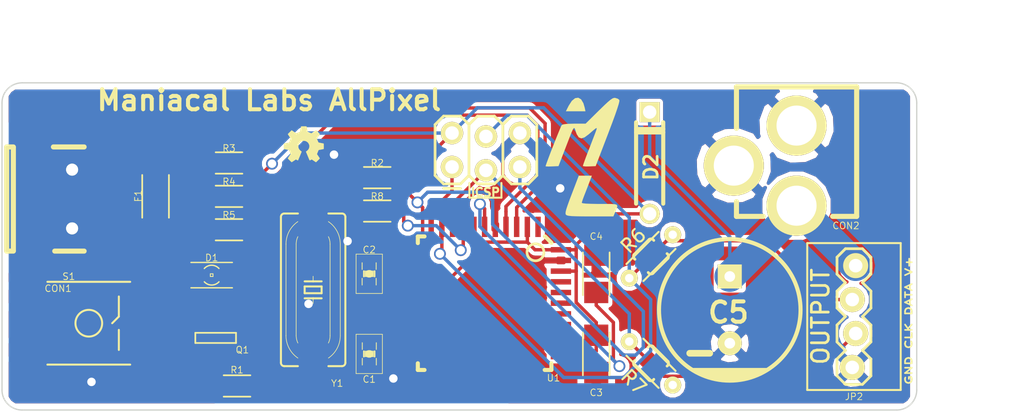
<source format=kicad_pcb>
(kicad_pcb (version 3) (host pcbnew "(2013-07-07 BZR 4022)-stable")

  (general
    (links 65)
    (no_connects 5)
    (area 11.885512 12.650002 94.499998 43.829)
    (thickness 1.6)
    (drawings 12)
    (tracks 206)
    (zones 0)
    (modules 28)
    (nets 22)
  )

  (page A3)
  (layers
    (15 F.Cu signal)
    (0 B.Cu signal hide)
    (16 B.Adhes user)
    (17 F.Adhes user)
    (18 B.Paste user)
    (19 F.Paste user)
    (20 B.SilkS user)
    (21 F.SilkS user)
    (22 B.Mask user)
    (23 F.Mask user)
    (24 Dwgs.User user)
    (25 Cmts.User user)
    (26 Eco1.User user)
    (27 Eco2.User user)
    (28 Edge.Cuts user)
  )

  (setup
    (last_trace_width 0.254)
    (user_trace_width 0.1524)
    (user_trace_width 2.3)
    (trace_clearance 0.254)
    (zone_clearance 0.308)
    (zone_45_only no)
    (trace_min 0.1524)
    (segment_width 0.2)
    (edge_width 0.1)
    (via_size 0.889)
    (via_drill 0.635)
    (via_min_size 0.889)
    (via_min_drill 0.508)
    (uvia_size 0.508)
    (uvia_drill 0.127)
    (uvias_allowed no)
    (uvia_min_size 0.508)
    (uvia_min_drill 0.127)
    (pcb_text_width 0.3)
    (pcb_text_size 1.5 1.5)
    (mod_edge_width 0.1016)
    (mod_text_size 1 1)
    (mod_text_width 0.15)
    (pad_size 1.5 1.5)
    (pad_drill 1)
    (pad_to_mask_clearance 0)
    (aux_axis_origin 14 18.5)
    (visible_elements 7FFFFBBF)
    (pcbplotparams
      (layerselection 2097152)
      (usegerberextensions false)
      (excludeedgelayer false)
      (linewidth 0.150000)
      (plotframeref false)
      (viasonmask false)
      (mode 1)
      (useauxorigin false)
      (hpglpennumber 1)
      (hpglpenspeed 20)
      (hpglpendiameter 15)
      (hpglpenoverlay 2)
      (psnegative false)
      (psa4output false)
      (plotreference false)
      (plotvalue false)
      (plotothertext false)
      (plotinvisibletext false)
      (padsonsilk false)
      (subtractmaskfromsilk false)
      (outputformat 1)
      (mirror false)
      (drillshape 0)
      (scaleselection 1)
      (outputdirectory dimensions/))
  )

  (net 0 "")
  (net 1 +5V)
  (net 2 D+)
  (net 3 D-)
  (net 4 GND)
  (net 5 MISO)
  (net 6 MOSI)
  (net 7 N-0000012)
  (net 8 N-0000013)
  (net 9 N-0000017)
  (net 10 N-0000021)
  (net 11 N-0000022)
  (net 12 N-0000026)
  (net 13 N-000003)
  (net 14 PB6)
  (net 15 RST)
  (net 16 SCK)
  (net 17 UCap)
  (net 18 VSTRIP)
  (net 19 VUSB)
  (net 20 XTAL1)
  (net 21 XTAL2)

  (net_class Default "This is the default net class."
    (clearance 0.254)
    (trace_width 0.254)
    (via_dia 0.889)
    (via_drill 0.635)
    (uvia_dia 0.508)
    (uvia_drill 0.127)
    (add_net "")
    (add_net +5V)
    (add_net D+)
    (add_net D-)
    (add_net GND)
    (add_net MISO)
    (add_net MOSI)
    (add_net N-0000012)
    (add_net N-0000013)
    (add_net N-0000017)
    (add_net N-0000021)
    (add_net N-0000022)
    (add_net N-0000026)
    (add_net N-000003)
    (add_net PB6)
    (add_net RST)
    (add_net SCK)
    (add_net UCap)
    (add_net VSTRIP)
    (add_net VUSB)
    (add_net XTAL1)
    (add_net XTAL2)
  )

  (net_class 2mm ""
    (clearance 0.254)
    (trace_width 2.3)
    (via_dia 0.889)
    (via_drill 0.635)
    (uvia_dia 0.508)
    (uvia_drill 0.127)
  )

  (module ML_SparkFun-1X04_LOCK_SCREW (layer F.Cu) (tedit 54A7FE8E) (tstamp 53E215C3)
    (at 77.8 36 270)
    (path /53CAE238)
    (attr virtual)
    (fp_text reference JP2 (at 6 0 360) (layer F.SilkS)
      (effects (font (size 0.5 0.5) (thickness 0.06096)))
    )
    (fp_text value OUTPUT (at 0 2.5 270) (layer F.SilkS)
      (effects (font (size 1.27 1.27) (thickness 0.2032)))
    )
    (fp_line (start -5.5 -3.5) (end -5.5 3.5) (layer F.SilkS) (width 0.15))
    (fp_line (start -5.5 3.5) (end 5.5 3.5) (layer F.SilkS) (width 0.15))
    (fp_line (start 5.5 3.5) (end 5.5 -3.5) (layer F.SilkS) (width 0.15))
    (fp_line (start 5.5 -3.5) (end -5.5 -3.5) (layer F.SilkS) (width 0.15))
    (fp_line (start 3.556 0.254) (end 4.064 0.254) (layer F.SilkS) (width 0.06604))
    (fp_line (start 4.064 0.254) (end 4.064 -0.254) (layer F.SilkS) (width 0.06604))
    (fp_line (start 3.556 -0.254) (end 4.064 -0.254) (layer F.SilkS) (width 0.06604))
    (fp_line (start 3.556 0.254) (end 3.556 -0.254) (layer F.SilkS) (width 0.06604))
    (fp_line (start 1.016 0.254) (end 1.524 0.254) (layer F.SilkS) (width 0.06604))
    (fp_line (start 1.524 0.254) (end 1.524 -0.254) (layer F.SilkS) (width 0.06604))
    (fp_line (start 1.016 -0.254) (end 1.524 -0.254) (layer F.SilkS) (width 0.06604))
    (fp_line (start 1.016 0.254) (end 1.016 -0.254) (layer F.SilkS) (width 0.06604))
    (fp_line (start -1.524 0.254) (end -1.016 0.254) (layer F.SilkS) (width 0.06604))
    (fp_line (start -1.016 0.254) (end -1.016 -0.254) (layer F.SilkS) (width 0.06604))
    (fp_line (start -1.524 -0.254) (end -1.016 -0.254) (layer F.SilkS) (width 0.06604))
    (fp_line (start -1.524 0.254) (end -1.524 -0.254) (layer F.SilkS) (width 0.06604))
    (fp_line (start -4.064 0.254) (end -3.556 0.254) (layer F.SilkS) (width 0.06604))
    (fp_line (start -3.556 0.254) (end -3.556 -0.254) (layer F.SilkS) (width 0.06604))
    (fp_line (start -4.064 -0.254) (end -3.556 -0.254) (layer F.SilkS) (width 0.06604))
    (fp_line (start -4.064 0.254) (end -4.064 -0.254) (layer F.SilkS) (width 0.06604))
    (fp_line (start 3.175 -1.27) (end 4.445 -1.27) (layer F.SilkS) (width 0.2032))
    (fp_line (start 4.445 -1.27) (end 5.08 -0.635) (layer F.SilkS) (width 0.2032))
    (fp_line (start 5.08 0.635) (end 4.445 1.27) (layer F.SilkS) (width 0.2032))
    (fp_line (start 0 -0.635) (end 0.635 -1.27) (layer F.SilkS) (width 0.2032))
    (fp_line (start 0.635 -1.27) (end 1.905 -1.27) (layer F.SilkS) (width 0.2032))
    (fp_line (start 1.905 -1.27) (end 2.54 -0.635) (layer F.SilkS) (width 0.2032))
    (fp_line (start 2.54 0.635) (end 1.905 1.27) (layer F.SilkS) (width 0.2032))
    (fp_line (start 1.905 1.27) (end 0.635 1.27) (layer F.SilkS) (width 0.2032))
    (fp_line (start 0.635 1.27) (end 0 0.635) (layer F.SilkS) (width 0.2032))
    (fp_line (start 3.175 -1.27) (end 2.54 -0.635) (layer F.SilkS) (width 0.2032))
    (fp_line (start 2.54 0.635) (end 3.175 1.27) (layer F.SilkS) (width 0.2032))
    (fp_line (start 4.445 1.27) (end 3.175 1.27) (layer F.SilkS) (width 0.2032))
    (fp_line (start -4.445 -1.27) (end -3.175 -1.27) (layer F.SilkS) (width 0.2032))
    (fp_line (start -3.175 -1.27) (end -2.54 -0.635) (layer F.SilkS) (width 0.2032))
    (fp_line (start -2.54 0.635) (end -3.175 1.27) (layer F.SilkS) (width 0.2032))
    (fp_line (start -2.54 -0.635) (end -1.905 -1.27) (layer F.SilkS) (width 0.2032))
    (fp_line (start -1.905 -1.27) (end -0.635 -1.27) (layer F.SilkS) (width 0.2032))
    (fp_line (start -0.635 -1.27) (end 0 -0.635) (layer F.SilkS) (width 0.2032))
    (fp_line (start 0 0.635) (end -0.635 1.27) (layer F.SilkS) (width 0.2032))
    (fp_line (start -0.635 1.27) (end -1.905 1.27) (layer F.SilkS) (width 0.2032))
    (fp_line (start -1.905 1.27) (end -2.54 0.635) (layer F.SilkS) (width 0.2032))
    (fp_line (start -5.08 -0.635) (end -5.08 0.635) (layer F.SilkS) (width 0.2032))
    (fp_line (start -4.445 -1.27) (end -5.08 -0.635) (layer F.SilkS) (width 0.2032))
    (fp_line (start -5.08 0.635) (end -4.445 1.27) (layer F.SilkS) (width 0.2032))
    (fp_line (start -3.175 1.27) (end -4.445 1.27) (layer F.SilkS) (width 0.2032))
    (fp_line (start 5.08 -0.635) (end 5.08 0.635) (layer F.SilkS) (width 0.2032))
    (pad 1 thru_hole rect (at -3.81 -0.127 270) (size 1.8796 0) (drill 1.016)
      (layers *.Cu F.Paste F.SilkS F.Mask)
      (net 18 VSTRIP)
    )
    (pad 2 thru_hole circle (at -1.27 0.127 270) (size 1.8796 1.8796) (drill 1.016)
      (layers *.Cu *.Mask F.Paste F.SilkS)
      (net 11 N-0000022)
    )
    (pad 3 thru_hole circle (at 1.27 -0.127 270) (size 1.8796 1.8796) (drill 1.016)
      (layers *.Cu *.Mask F.Paste F.SilkS)
      (net 10 N-0000021)
    )
    (pad 4 thru_hole circle (at 3.81 0.127 270) (size 1.8796 1.8796) (drill 1.016)
      (layers *.Cu *.Mask F.Paste F.SilkS)
      (net 4 GND)
    )
    (pad 1 thru_hole circle (at -3.81 -0.127 270) (size 1.8796 1.8796) (drill 1.016)
      (layers *.Cu *.Mask F.Paste F.SilkS)
      (net 18 VSTRIP)
    )
  )

  (module CP_10x12.5mm (layer F.Cu) (tedit 53D4F9EE) (tstamp 53E21666)
    (at 68.5 35.5 180)
    (descr "Capacitor, pol, cyl 10x12.5mm")
    (path /53D3C960)
    (fp_text reference C5 (at 0.1 -0.2 180) (layer F.SilkS)
      (effects (font (size 1.524 1.524) (thickness 0.3048)))
    )
    (fp_text value CP1 (at -1.9 0 180) (layer F.SilkS) hide
      (effects (font (size 1.524 1.524) (thickness 0.3048)))
    )
    (fp_line (start -2.7 -4.5) (end 2.7 -4.5) (layer F.SilkS) (width 0.3048))
    (fp_line (start 2.3 -4.7) (end -2.3 -4.7) (layer F.SilkS) (width 0.3048))
    (fp_line (start 1.9 -4.9) (end -1.9 -4.9) (layer F.SilkS) (width 0.3048))
    (fp_line (start -1.3 -5.1) (end 1.3 -5.1) (layer F.SilkS) (width 0.3048))
    (fp_circle (center 0 0) (end -5.3 0) (layer F.SilkS) (width 0.3048))
    (fp_line (start 1.5 -3.25) (end 3 -3.25) (layer F.SilkS) (width 0.5))
    (pad 1 thru_hole rect (at 0 2.5 180) (size 1.8 1.8) (drill 0.8)
      (layers *.Cu *.Mask F.SilkS)
      (net 18 VSTRIP)
    )
    (pad 2 thru_hole circle (at 0 -2.5 180) (size 1.8 1.8) (drill 0.8)
      (layers *.Cu *.Mask F.SilkS)
      (net 4 GND)
    )
    (model walter/capacitors/cp_10x12.5mm.wrl
      (at (xyz 0 0 0))
      (scale (xyz 1 1 1))
      (rotate (xyz 0 0 0))
    )
  )

  (module SparkFun-SJ_2S-NO (layer F.Cu) (tedit 53D4F771) (tstamp 53E21848)
    (at 62.6 31.5 45)
    (descr "SMALL SOLDER JUMPER WITH NO PASTE LAYER SO IT WILL OPEN AFTER REFLOW.")
    (tags "SMALL SOLDER JUMPER WITH NO PASTE LAYER SO IT WILL OPEN AFTER REFLOW.")
    (path /53D3E8E0)
    (fp_text reference SJ2 (at 0.10668 -1.4732 45) (layer B.SilkS) hide
      (effects (font (size 0.4064 0.4064) (thickness 0.0889)))
    )
    (fp_text value SOLDERJUMPERNO (at 0.30988 1.4478 45) (layer B.SilkS) hide
      (effects (font (size 0.4064 0.4064) (thickness 0.0889)))
    )
    (fp_line (start 0.79756 0.99822) (end -0.79756 0.99822) (layer F.SilkS) (width 0.2032))
    (fp_line (start -0.79756 -0.99822) (end 0.79756 -0.99822) (layer F.SilkS) (width 0.2032))
    (fp_arc (start 0.7493 -0.7493) (end 0.79756 -0.99822) (angle 90) (layer F.SilkS) (width 0.2032))
    (fp_arc (start -0.7493 -0.7493) (end -0.99822 -0.6985) (angle 90) (layer F.SilkS) (width 0.2032))
    (fp_arc (start -0.7493 0.7493) (end -0.79756 0.99822) (angle 90) (layer F.SilkS) (width 0.2032))
    (fp_arc (start 0.7493 0.7493) (end 0.99822 0.6985) (angle 90) (layer F.SilkS) (width 0.2032))
    (pad 1 smd rect (at -0.44958 0 45) (size 0.635 1.27)
      (layers F.Cu F.Paste F.Mask)
      (net 6 MOSI)
    )
    (pad 2 smd rect (at 0.44958 0 45) (size 0.635 1.27)
      (layers F.Cu F.Paste F.Mask)
      (net 11 N-0000022)
    )
  )

  (module SparkFun-SJ_2S-NO (layer F.Cu) (tedit 53D4F79D) (tstamp 53F25377)
    (at 62.6 39.5 315)
    (descr "SMALL SOLDER JUMPER WITH NO PASTE LAYER SO IT WILL OPEN AFTER REFLOW.")
    (tags "SMALL SOLDER JUMPER WITH NO PASTE LAYER SO IT WILL OPEN AFTER REFLOW.")
    (path /53D3E8E6)
    (fp_text reference SJ3 (at 0.10668 -1.4732 315) (layer B.SilkS) hide
      (effects (font (size 0.4064 0.4064) (thickness 0.0889)))
    )
    (fp_text value SOLDERJUMPERNO (at 0.30988 1.4478 315) (layer B.SilkS) hide
      (effects (font (size 0.4064 0.4064) (thickness 0.0889)))
    )
    (fp_line (start 0.79756 0.99822) (end -0.79756 0.99822) (layer F.SilkS) (width 0.2032))
    (fp_line (start -0.79756 -0.99822) (end 0.79756 -0.99822) (layer F.SilkS) (width 0.2032))
    (fp_arc (start 0.7493 -0.7493) (end 0.79756 -0.99822) (angle 90) (layer F.SilkS) (width 0.2032))
    (fp_arc (start -0.7493 -0.7493) (end -0.99822 -0.6985) (angle 90) (layer F.SilkS) (width 0.2032))
    (fp_arc (start -0.7493 0.7493) (end -0.79756 0.99822) (angle 90) (layer F.SilkS) (width 0.2032))
    (fp_arc (start 0.7493 0.7493) (end 0.99822 0.6985) (angle 90) (layer F.SilkS) (width 0.2032))
    (pad 1 smd rect (at -0.44958 0 315) (size 0.635 1.27)
      (layers F.Cu F.Paste F.Mask)
      (net 16 SCK)
    )
    (pad 2 smd rect (at 0.44958 0 315) (size 0.635 1.27)
      (layers F.Cu F.Paste F.Mask)
      (net 10 N-0000021)
    )
  )

  (module ML_SparkFun-2X3_LOCK (layer F.Cu) (tedit 5484DA96) (tstamp 53E21591)
    (at 47.7 24.8)
    (path /53CAE113)
    (attr virtual)
    (fp_text reference JP1 (at 1.905 -5.08) (layer F.SilkS) hide
      (effects (font (size 1.27 1.27) (thickness 0.0889)))
    )
    (fp_text value ICSP (at 2.5 1.9) (layer F.SilkS)
      (effects (font (size 0.6238 0.6238) (thickness 0.15595)))
    )
    (fp_line (start 1.3 1.2) (end 1.3 2.3) (layer F.SilkS) (width 0.15))
    (fp_line (start 1.3 2.3) (end 3.7 2.3) (layer F.SilkS) (width 0.15))
    (fp_line (start 3.7 2.3) (end 3.7 1.2) (layer F.SilkS) (width 0.15))
    (fp_line (start -0.254 0.254) (end 0.254 0.254) (layer F.SilkS) (width 0.06604))
    (fp_line (start 0.254 0.254) (end 0.254 -0.254) (layer F.SilkS) (width 0.06604))
    (fp_line (start -0.254 -0.254) (end 0.254 -0.254) (layer F.SilkS) (width 0.06604))
    (fp_line (start -0.254 0.254) (end -0.254 -0.254) (layer F.SilkS) (width 0.06604))
    (fp_line (start -0.254 -2.286) (end 0.254 -2.286) (layer F.SilkS) (width 0.06604))
    (fp_line (start 0.254 -2.286) (end 0.254 -2.794) (layer F.SilkS) (width 0.06604))
    (fp_line (start -0.254 -2.794) (end 0.254 -2.794) (layer F.SilkS) (width 0.06604))
    (fp_line (start -0.254 -2.286) (end -0.254 -2.794) (layer F.SilkS) (width 0.06604))
    (fp_line (start 2.286 -2.286) (end 2.794 -2.286) (layer F.SilkS) (width 0.06604))
    (fp_line (start 2.794 -2.286) (end 2.794 -2.794) (layer F.SilkS) (width 0.06604))
    (fp_line (start 2.286 -2.794) (end 2.794 -2.794) (layer F.SilkS) (width 0.06604))
    (fp_line (start 2.286 -2.286) (end 2.286 -2.794) (layer F.SilkS) (width 0.06604))
    (fp_line (start 2.286 0.254) (end 2.794 0.254) (layer F.SilkS) (width 0.06604))
    (fp_line (start 2.794 0.254) (end 2.794 -0.254) (layer F.SilkS) (width 0.06604))
    (fp_line (start 2.286 -0.254) (end 2.794 -0.254) (layer F.SilkS) (width 0.06604))
    (fp_line (start 2.286 0.254) (end 2.286 -0.254) (layer F.SilkS) (width 0.06604))
    (fp_line (start 4.826 -2.286) (end 5.334 -2.286) (layer F.SilkS) (width 0.06604))
    (fp_line (start 5.334 -2.286) (end 5.334 -2.794) (layer F.SilkS) (width 0.06604))
    (fp_line (start 4.826 -2.794) (end 5.334 -2.794) (layer F.SilkS) (width 0.06604))
    (fp_line (start 4.826 -2.286) (end 4.826 -2.794) (layer F.SilkS) (width 0.06604))
    (fp_line (start 4.826 0.254) (end 5.334 0.254) (layer F.SilkS) (width 0.06604))
    (fp_line (start 5.334 0.254) (end 5.334 -0.254) (layer F.SilkS) (width 0.06604))
    (fp_line (start 4.826 -0.254) (end 5.334 -0.254) (layer F.SilkS) (width 0.06604))
    (fp_line (start 4.826 0.254) (end 4.826 -0.254) (layer F.SilkS) (width 0.06604))
    (fp_line (start -1.27 0.635) (end -0.635 1.27) (layer F.SilkS) (width 0.2032))
    (fp_line (start 0.635 1.27) (end 1.27 0.635) (layer F.SilkS) (width 0.2032))
    (fp_line (start 1.27 0.635) (end 1.905 1.27) (layer F.SilkS) (width 0.2032))
    (fp_line (start 3.175 1.27) (end 3.81 0.635) (layer F.SilkS) (width 0.2032))
    (fp_line (start 3.81 0.635) (end 4.445 1.27) (layer F.SilkS) (width 0.2032))
    (fp_line (start 5.715 1.27) (end 6.35 0.635) (layer F.SilkS) (width 0.2032))
    (fp_line (start -1.27 0.635) (end -1.27 -3.175) (layer F.SilkS) (width 0.2032))
    (fp_line (start -1.27 -3.175) (end -0.635 -3.81) (layer F.SilkS) (width 0.2032))
    (fp_line (start -0.635 -3.81) (end 0.635 -3.81) (layer F.SilkS) (width 0.2032))
    (fp_line (start 0.635 -3.81) (end 1.27 -3.175) (layer F.SilkS) (width 0.2032))
    (fp_line (start 1.27 -3.175) (end 1.905 -3.81) (layer F.SilkS) (width 0.2032))
    (fp_line (start 1.905 -3.81) (end 3.175 -3.81) (layer F.SilkS) (width 0.2032))
    (fp_line (start 3.175 -3.81) (end 3.81 -3.175) (layer F.SilkS) (width 0.2032))
    (fp_line (start 3.81 -3.175) (end 4.445 -3.81) (layer F.SilkS) (width 0.2032))
    (fp_line (start 4.445 -3.81) (end 5.715 -3.81) (layer F.SilkS) (width 0.2032))
    (fp_line (start 5.715 -3.81) (end 6.35 -3.175) (layer F.SilkS) (width 0.2032))
    (fp_line (start 1.27 -3.175) (end 1.27 0.635) (layer F.SilkS) (width 0.2032))
    (fp_line (start 3.81 -3.175) (end 3.81 0.635) (layer F.SilkS) (width 0.2032))
    (fp_line (start 6.35 -3.175) (end 6.35 0.635) (layer F.SilkS) (width 0.2032))
    (fp_line (start 4.445 1.27) (end 5.715 1.27) (layer F.SilkS) (width 0.2032))
    (fp_line (start 1.905 1.27) (end 3.175 1.27) (layer F.SilkS) (width 0.2032))
    (fp_line (start -0.635 1.27) (end 0.635 1.27) (layer F.SilkS) (width 0.2032))
    (fp_line (start 0.635 1.60274) (end -0.635 1.60274) (layer F.SilkS) (width 0.2032))
    (pad 1 thru_hole circle (at 0 0) (size 1.6796 1.6796) (drill 1.016)
      (layers *.Cu *.Mask F.Paste F.SilkS)
      (net 5 MISO)
    )
    (pad 2 thru_hole circle (at 0 -2.54) (size 1.6796 1.6796) (drill 1.016)
      (layers *.Cu *.Mask F.Paste F.SilkS)
      (net 19 VUSB)
    )
    (pad 3 thru_hole circle (at 2.54 0.254) (size 1.6796 1.6796) (drill 1.016)
      (layers *.Cu *.Mask F.Paste F.SilkS)
      (net 16 SCK)
      (clearance 0.2)
    )
    (pad 4 thru_hole circle (at 2.54 -2.286) (size 1.6796 1.6796) (drill 1.016)
      (layers *.Cu *.Mask F.Paste F.SilkS)
      (net 6 MOSI)
    )
    (pad 5 thru_hole circle (at 5.08 0) (size 1.6796 1.6796) (drill 1.016)
      (layers *.Cu *.Mask F.Paste F.SilkS)
      (net 15 RST)
      (clearance 0.2)
    )
    (pad 6 thru_hole circle (at 5.08 -2.54) (size 1.6796 1.6796) (drill 1.016)
      (layers *.Cu *.Mask F.Paste F.SilkS)
      (net 4 GND)
    )
  )

  (module ML_LOGO (layer F.Cu) (tedit 528A8BD7) (tstamp 53F25AF2)
    (at 57.5 24.1)
    (fp_text reference Ref** (at 0 5.842) (layer F.SilkS) hide
      (effects (font (size 1.524 1.524) (thickness 0.3048)))
    )
    (fp_text value Val** (at 0 -5.842) (layer F.SilkS) hide
      (effects (font (size 1.524 1.524) (thickness 0.3048)))
    )
    (fp_poly (pts (xy 2.58064 3.62458) (xy 2.55016 3.76174) (xy 2.46888 3.95986) (xy 2.4003 4.11988)
      (xy 2.28346 4.40182) (xy 0.5588 4.40182) (xy -0.04064 4.39928) (xy -0.49276 4.39166)
      (xy -0.82042 4.37896) (xy -1.0414 4.35864) (xy -1.1811 4.32816) (xy -1.2573 4.28752)
      (xy -1.27 4.27482) (xy -1.30048 4.20116) (xy -1.29286 4.0767) (xy -1.24714 3.87858)
      (xy -1.15062 3.58648) (xy -1.0033 3.175) (xy -0.84074 2.75082) (xy -0.30734 1.35382)
      (xy 0.18034 1.35382) (xy 0.67056 1.35382) (xy 0.4699 1.88214) (xy 0.3302 2.2479)
      (xy 0.18034 2.63398) (xy 0.09144 2.86004) (xy -0.00508 3.11912) (xy -0.06858 3.3147)
      (xy -0.08382 3.38836) (xy -0.00254 3.41884) (xy 0.2286 3.44424) (xy 0.58928 3.45948)
      (xy 1.06172 3.46964) (xy 1.27508 3.46964) (xy 1.79578 3.46964) (xy 2.16916 3.47218)
      (xy 2.41046 3.4925) (xy 2.54 3.53822) (xy 2.58064 3.62458) (xy 2.58064 3.62458)) (layer F.SilkS) (width 0.00254))
    (fp_poly (pts (xy 2.7305 -4.22148) (xy 2.68224 -4.0132) (xy 2.5781 -3.68046) (xy 2.42062 -3.22072)
      (xy 2.20218 -2.62382) (xy 1.92024 -1.8796) (xy 1.88214 -1.778) (xy 0.95758 0.635)
      (xy 0.47752 0.65786) (xy 0.21844 0.66294) (xy 0.04572 0.64262) (xy 0 0.61722)
      (xy 0.03048 0.51562) (xy 0.10922 0.28956) (xy 0.22352 -0.02286) (xy 0.34544 -0.34036)
      (xy 0.51308 -0.76962) (xy 0.68072 -1.2065) (xy 0.82804 -1.59004) (xy 0.89916 -1.77292)
      (xy 0.99314 -2.02692) (xy 1.03886 -2.17678) (xy 1.01854 -2.21996) (xy 0.9144 -2.15646)
      (xy 0.7112 -1.98628) (xy 0.43942 -1.75006) (xy 0.127 -1.51892) (xy -0.11684 -1.44018)
      (xy -0.30734 -1.51638) (xy -0.4572 -1.74498) (xy -0.51816 -1.905) (xy -0.56642 -2.06248)
      (xy -0.60706 -2.1717) (xy -0.6477 -2.21996) (xy -0.6985 -2.19202) (xy -0.76708 -2.07518)
      (xy -0.86614 -1.85166) (xy -1.00076 -1.5113) (xy -1.18364 -1.03632) (xy -1.33858 -0.635)
      (xy -1.82626 0.635) (xy -2.30886 0.65786) (xy -2.57048 0.66548) (xy -2.74574 0.65786)
      (xy -2.794 0.64262) (xy -2.76352 0.54102) (xy -2.68224 0.31242) (xy -2.56032 -0.0127)
      (xy -2.413 -0.40386) (xy -2.2479 -0.82804) (xy -2.07772 -1.2573) (xy -1.91516 -1.6637)
      (xy -1.77292 -2.01168) (xy -1.6637 -2.2733) (xy -1.59766 -2.41808) (xy -1.5875 -2.43586)
      (xy -1.4605 -2.49174) (xy -1.1811 -2.5273) (xy -0.74422 -2.54) (xy -0.65024 -2.54254)
      (xy 0.2032 -2.54254) (xy 1.1938 -3.52044) (xy 1.5748 -3.89128) (xy 1.85928 -4.15798)
      (xy 2.06502 -4.3307) (xy 2.21742 -4.4323) (xy 2.33426 -4.47294) (xy 2.41808 -4.47294)
      (xy 2.61874 -4.40944) (xy 2.72796 -4.318) (xy 2.7305 -4.22148) (xy 2.7305 -4.22148)) (layer F.SilkS) (width 0.00254))
    (fp_poly (pts (xy 0.1905 -3.47218) (xy -0.54102 -3.47218) (xy -1.27254 -3.47218) (xy -1.05918 -3.89382)
      (xy -0.8255 -4.2545) (xy -0.58166 -4.45262) (xy -0.34544 -4.48564) (xy -0.13208 -4.36118)
      (xy 0.0381 -4.07416) (xy 0.13716 -3.73634) (xy 0.1905 -3.47218) (xy 0.1905 -3.47218)) (layer F.SilkS) (width 0.00254))
  )

  (module OSHW-logo_silkscreen-front_3mm (layer F.Cu) (tedit 0) (tstamp 53EEAC57)
    (at 36.6 23.1)
    (fp_text reference G*** (at 0 1.59004) (layer F.SilkS) hide
      (effects (font (size 0.13462 0.13462) (thickness 0.0254)))
    )
    (fp_text value OSHW-logo_silkscreen-front_3mm (at 0 -1.59004) (layer F.SilkS) hide
      (effects (font (size 0.13462 0.13462) (thickness 0.0254)))
    )
    (fp_poly (pts (xy -0.90932 1.3462) (xy -0.89154 1.33858) (xy -0.85852 1.31572) (xy -0.80772 1.2827)
      (xy -0.7493 1.2446) (xy -0.68834 1.20396) (xy -0.64008 1.17094) (xy -0.60452 1.14808)
      (xy -0.59182 1.14046) (xy -0.5842 1.143) (xy -0.55626 1.15824) (xy -0.51562 1.17856)
      (xy -0.49022 1.19126) (xy -0.45212 1.2065) (xy -0.43434 1.21158) (xy -0.4318 1.2065)
      (xy -0.41656 1.17602) (xy -0.39624 1.12776) (xy -0.3683 1.06172) (xy -0.33528 0.98552)
      (xy -0.29972 0.90424) (xy -0.2667 0.82042) (xy -0.23368 0.74168) (xy -0.2032 0.66802)
      (xy -0.18034 0.6096) (xy -0.1651 0.56896) (xy -0.15748 0.55118) (xy -0.16002 0.54864)
      (xy -0.1778 0.53086) (xy -0.21082 0.50546) (xy -0.28194 0.44704) (xy -0.35306 0.36068)
      (xy -0.39624 0.26162) (xy -0.40894 0.14986) (xy -0.39878 0.04826) (xy -0.35814 -0.04826)
      (xy -0.28956 -0.13716) (xy -0.20574 -0.2032) (xy -0.10922 -0.24384) (xy 0 -0.25654)
      (xy 0.10414 -0.24638) (xy 0.2032 -0.20574) (xy 0.2921 -0.1397) (xy 0.3302 -0.09652)
      (xy 0.381 -0.00508) (xy 0.41148 0.0889) (xy 0.41402 0.11176) (xy 0.40894 0.21844)
      (xy 0.37846 0.32004) (xy 0.32258 0.40894) (xy 0.24638 0.4826) (xy 0.23622 0.49022)
      (xy 0.20066 0.51816) (xy 0.17526 0.53594) (xy 0.15748 0.55118) (xy 0.2921 0.87376)
      (xy 0.31242 0.92456) (xy 0.35052 1.01346) (xy 0.381 1.08966) (xy 0.40894 1.15062)
      (xy 0.42672 1.19126) (xy 0.43434 1.2065) (xy 0.43434 1.2065) (xy 0.44704 1.20904)
      (xy 0.4699 1.20142) (xy 0.51562 1.17856) (xy 0.5461 1.16332) (xy 0.57912 1.14808)
      (xy 0.59436 1.14046) (xy 0.6096 1.14808) (xy 0.64262 1.1684) (xy 0.68834 1.20142)
      (xy 0.74676 1.23952) (xy 0.80264 1.27762) (xy 0.85344 1.31064) (xy 0.889 1.33604)
      (xy 0.90678 1.34366) (xy 0.90932 1.34366) (xy 0.9271 1.33604) (xy 0.95504 1.31064)
      (xy 0.99822 1.27) (xy 1.06172 1.20904) (xy 1.07188 1.19888) (xy 1.12268 1.14808)
      (xy 1.16332 1.10236) (xy 1.19126 1.07188) (xy 1.20142 1.05918) (xy 1.20142 1.05918)
      (xy 1.19126 1.0414) (xy 1.1684 1.0033) (xy 1.13538 0.9525) (xy 1.09474 0.89154)
      (xy 0.98806 0.7366) (xy 1.04648 0.59182) (xy 1.06426 0.5461) (xy 1.08712 0.49022)
      (xy 1.1049 0.45212) (xy 1.11252 0.43434) (xy 1.1303 0.42926) (xy 1.1684 0.4191)
      (xy 1.22682 0.40894) (xy 1.29794 0.39624) (xy 1.36398 0.38354) (xy 1.4224 0.37084)
      (xy 1.46558 0.36322) (xy 1.4859 0.36068) (xy 1.49098 0.3556) (xy 1.49352 0.34798)
      (xy 1.49606 0.32766) (xy 1.4986 0.28956) (xy 1.4986 0.23368) (xy 1.4986 0.14986)
      (xy 1.4986 0.14224) (xy 1.4986 0.0635) (xy 1.49606 0) (xy 1.49352 -0.0381)
      (xy 1.49098 -0.05588) (xy 1.49098 -0.05588) (xy 1.4732 -0.06096) (xy 1.43002 -0.06858)
      (xy 1.3716 -0.08128) (xy 1.30048 -0.09398) (xy 1.2954 -0.09398) (xy 1.22428 -0.10922)
      (xy 1.16586 -0.12192) (xy 1.12268 -0.12954) (xy 1.1049 -0.13716) (xy 1.10236 -0.14224)
      (xy 1.08712 -0.17018) (xy 1.0668 -0.21336) (xy 1.04394 -0.2667) (xy 1.02108 -0.32258)
      (xy 1.00076 -0.37338) (xy 0.98806 -0.40894) (xy 0.98298 -0.42672) (xy 0.98298 -0.42672)
      (xy 0.99314 -0.4445) (xy 1.01854 -0.48006) (xy 1.0541 -0.53086) (xy 1.09474 -0.59182)
      (xy 1.09728 -0.5969) (xy 1.13792 -0.65786) (xy 1.17094 -0.70866) (xy 1.1938 -0.74422)
      (xy 1.20142 -0.75946) (xy 1.20142 -0.762) (xy 1.18872 -0.77978) (xy 1.15824 -0.8128)
      (xy 1.11252 -0.85852) (xy 1.06172 -0.91186) (xy 1.04394 -0.9271) (xy 0.98552 -0.98552)
      (xy 0.94488 -1.02108) (xy 0.91948 -1.0414) (xy 0.90932 -1.04648) (xy 0.90678 -1.04648)
      (xy 0.889 -1.03632) (xy 0.8509 -1.01092) (xy 0.8001 -0.97536) (xy 0.73914 -0.93472)
      (xy 0.7366 -0.93218) (xy 0.67564 -0.89154) (xy 0.62484 -0.85598) (xy 0.58928 -0.83312)
      (xy 0.57404 -0.8255) (xy 0.5715 -0.8255) (xy 0.54864 -0.83058) (xy 0.50546 -0.84582)
      (xy 0.45212 -0.86614) (xy 0.39624 -0.889) (xy 0.34544 -0.90932) (xy 0.30988 -0.9271)
      (xy 0.2921 -0.93726) (xy 0.28956 -0.93726) (xy 0.28448 -0.96012) (xy 0.27432 -1.00584)
      (xy 0.26162 -1.0668) (xy 0.24638 -1.14046) (xy 0.24384 -1.15062) (xy 0.23114 -1.22428)
      (xy 0.22098 -1.2827) (xy 0.21082 -1.32334) (xy 0.20828 -1.34112) (xy 0.19812 -1.34112)
      (xy 0.16256 -1.34366) (xy 0.10922 -1.3462) (xy 0.04318 -1.3462) (xy -0.02286 -1.3462)
      (xy -0.0889 -1.3462) (xy -0.14478 -1.34366) (xy -0.18542 -1.34112) (xy -0.2032 -1.33604)
      (xy -0.2032 -1.33604) (xy -0.20828 -1.31318) (xy -0.21844 -1.27) (xy -0.23114 -1.2065)
      (xy -0.24638 -1.13284) (xy -0.24892 -1.12014) (xy -0.26162 -1.04902) (xy -0.27432 -0.9906)
      (xy -0.28194 -0.94996) (xy -0.28702 -0.93472) (xy -0.2921 -0.93218) (xy -0.32258 -0.91694)
      (xy -0.37084 -0.89916) (xy -0.42926 -0.87376) (xy -0.56642 -0.81788) (xy -0.73406 -0.93472)
      (xy -0.7493 -0.94488) (xy -0.81026 -0.98552) (xy -0.86106 -1.01854) (xy -0.89662 -1.0414)
      (xy -0.90932 -1.04902) (xy -0.91186 -1.04902) (xy -0.9271 -1.03378) (xy -0.96012 -1.0033)
      (xy -1.00584 -0.95758) (xy -1.05918 -0.90678) (xy -1.09982 -0.86614) (xy -1.14554 -0.82042)
      (xy -1.17348 -0.7874) (xy -1.19126 -0.76708) (xy -1.19634 -0.75438) (xy -1.1938 -0.74676)
      (xy -1.18364 -0.72898) (xy -1.15824 -0.69342) (xy -1.12522 -0.64008) (xy -1.08458 -0.58166)
      (xy -1.04902 -0.53086) (xy -1.01346 -0.47498) (xy -0.9906 -0.43434) (xy -0.98044 -0.41656)
      (xy -0.98298 -0.4064) (xy -0.99568 -0.37338) (xy -1.016 -0.32512) (xy -1.0414 -0.26416)
      (xy -1.09982 -0.13208) (xy -1.18618 -0.1143) (xy -1.23952 -0.10414) (xy -1.31318 -0.09144)
      (xy -1.3843 -0.0762) (xy -1.49606 -0.05588) (xy -1.4986 0.34798) (xy -1.48082 0.3556)
      (xy -1.46558 0.36068) (xy -1.42494 0.37084) (xy -1.36652 0.381) (xy -1.29794 0.3937)
      (xy -1.23698 0.4064) (xy -1.17856 0.41656) (xy -1.13538 0.42418) (xy -1.1176 0.42926)
      (xy -1.11252 0.43434) (xy -1.09728 0.46482) (xy -1.07696 0.51054) (xy -1.0541 0.56388)
      (xy -1.0287 0.6223) (xy -1.00838 0.6731) (xy -0.99314 0.71374) (xy -0.98806 0.73406)
      (xy -0.99568 0.7493) (xy -1.01854 0.78486) (xy -1.05156 0.83566) (xy -1.0922 0.89408)
      (xy -1.13284 0.9525) (xy -1.16586 1.0033) (xy -1.19126 1.03886) (xy -1.19888 1.05664)
      (xy -1.1938 1.0668) (xy -1.17094 1.09474) (xy -1.12776 1.14046) (xy -1.06172 1.2065)
      (xy -1.04902 1.21666) (xy -0.99822 1.26746) (xy -0.9525 1.3081) (xy -0.92202 1.33604)
      (xy -0.90932 1.3462)) (layer F.SilkS) (width 0.00254))
  )

  (module SOT23EBC (layer F.Cu) (tedit 54A68BD8) (tstamp 53E2152E)
    (at 30 37.6 180)
    (descr "Module CMS SOT23 Transistore EBC")
    (tags "CMS SOT")
    (path /53CADDCF)
    (attr smd)
    (fp_text reference Q1 (at -2 -0.9 180) (layer F.SilkS)
      (effects (font (size 0.5 0.5) (thickness 0.06096)))
    )
    (fp_text value NPN (at 0 0 180) (layer F.SilkS) hide
      (effects (font (size 0.762 0.762) (thickness 0.2032)))
    )
    (fp_line (start -1.524 -0.381) (end 1.524 -0.381) (layer F.SilkS) (width 0.127))
    (fp_line (start 1.524 -0.381) (end 1.524 0.381) (layer F.SilkS) (width 0.127))
    (fp_line (start 1.524 0.381) (end -1.524 0.381) (layer F.SilkS) (width 0.127))
    (fp_line (start -1.524 0.381) (end -1.524 -0.381) (layer F.SilkS) (width 0.127))
    (pad 1 smd rect (at -0.889 -1.016 180) (size 0.9144 0.9144)
      (layers F.Cu F.Paste F.Mask)
      (net 4 GND)
    )
    (pad 2 smd rect (at 0.889 -1.016 180) (size 0.9144 0.9144)
      (layers F.Cu F.Paste F.Mask)
      (net 9 N-0000017)
    )
    (pad 3 smd rect (at 0 1.016 180) (size 0.9144 0.9144)
      (layers F.Cu F.Paste F.Mask)
      (net 15 RST)
    )
    (model smd/cms_sot23.wrl
      (at (xyz 0 0 0))
      (scale (xyz 0.13 0.15 0.15))
      (rotate (xyz 0 0 0))
    )
  )

  (module TQFP44_FixedSilk (layer F.Cu) (tedit 54A8BFA8) (tstamp 53E2151F)
    (at 50.14 35 270)
    (path /53CAD514)
    (attr smd)
    (fp_text reference U1 (at 5.6 -5.16 360) (layer F.SilkS)
      (effects (font (size 0.5 0.5) (thickness 0.06096)))
    )
    (fp_text value ATMEGA16U4/32U4 (at 0 1.905 270) (layer F.SilkS) hide
      (effects (font (size 1.524 1.016) (thickness 0.2032)))
    )
    (fp_line (start -5 5) (end -5 4.5) (layer F.SilkS) (width 0.3048))
    (fp_line (start -5 5) (end -4.5 5) (layer F.SilkS) (width 0.3048))
    (fp_line (start 5 5) (end 4.5 5) (layer F.SilkS) (width 0.3048))
    (fp_line (start 5 5) (end 5 4.5) (layer F.SilkS) (width 0.3048))
    (fp_line (start 5 -5) (end 5 -4.5) (layer F.SilkS) (width 0.3048))
    (fp_line (start 5 -5) (end 4.5 -5) (layer F.SilkS) (width 0.3048))
    (fp_line (start -5.0038 -4.5212) (end -4.5212 -5.0038) (layer F.SilkS) (width 0.3048))
    (fp_circle (center -3.81 -3.81) (end -3.81 -3.175) (layer F.SilkS) (width 0.2032))
    (pad 39 smd rect (at 0 -5.715 270) (size 0.4064 1.524)
      (layers F.Cu F.Paste F.Mask)
    )
    (pad 40 smd rect (at -0.8001 -5.715 270) (size 0.4064 1.524)
      (layers F.Cu F.Paste F.Mask)
    )
    (pad 41 smd rect (at -1.6002 -5.715 270) (size 0.4064 1.524)
      (layers F.Cu F.Paste F.Mask)
    )
    (pad 42 smd rect (at -2.4003 -5.715 270) (size 0.4064 1.524)
      (layers F.Cu F.Paste F.Mask)
      (net 19 VUSB)
    )
    (pad 43 smd rect (at -3.2004 -5.715 270) (size 0.4064 1.524)
      (layers F.Cu F.Paste F.Mask)
      (net 4 GND)
    )
    (pad 44 smd rect (at -4.0005 -5.715 270) (size 0.4064 1.524)
      (layers F.Cu F.Paste F.Mask)
      (net 19 VUSB)
    )
    (pad 38 smd rect (at 0.8001 -5.715 270) (size 0.4064 1.524)
      (layers F.Cu F.Paste F.Mask)
    )
    (pad 37 smd rect (at 1.6002 -5.715 270) (size 0.4064 1.524)
      (layers F.Cu F.Paste F.Mask)
    )
    (pad 36 smd rect (at 2.4003 -5.715 270) (size 0.4064 1.524)
      (layers F.Cu F.Paste F.Mask)
    )
    (pad 35 smd rect (at 3.2004 -5.715 270) (size 0.4064 1.524)
      (layers F.Cu F.Paste F.Mask)
      (net 4 GND)
    )
    (pad 34 smd rect (at 4.0005 -5.715 270) (size 0.4064 1.524)
      (layers F.Cu F.Paste F.Mask)
      (net 19 VUSB)
    )
    (pad 17 smd rect (at 0 5.715 270) (size 0.4064 1.524)
      (layers F.Cu F.Paste F.Mask)
      (net 20 XTAL1)
    )
    (pad 16 smd rect (at -0.8001 5.715 270) (size 0.4064 1.524)
      (layers F.Cu F.Paste F.Mask)
      (net 21 XTAL2)
    )
    (pad 15 smd rect (at -1.6002 5.715 270) (size 0.4064 1.524)
      (layers F.Cu F.Paste F.Mask)
      (net 4 GND)
    )
    (pad 14 smd rect (at -2.4003 5.715 270) (size 0.4064 1.524)
      (layers F.Cu F.Paste F.Mask)
      (net 19 VUSB)
    )
    (pad 13 smd rect (at -3.2004 5.715 270) (size 0.4064 1.524)
      (layers F.Cu F.Paste F.Mask)
      (net 15 RST)
    )
    (pad 12 smd rect (at -4.0005 5.715 270) (size 0.4064 1.524)
      (layers F.Cu F.Paste F.Mask)
    )
    (pad 18 smd rect (at 0.8001 5.715 270) (size 0.4064 1.524)
      (layers F.Cu F.Paste F.Mask)
    )
    (pad 19 smd rect (at 1.6002 5.715 270) (size 0.4064 1.524)
      (layers F.Cu F.Paste F.Mask)
    )
    (pad 20 smd rect (at 2.4003 5.715 270) (size 0.4064 1.524)
      (layers F.Cu F.Paste F.Mask)
    )
    (pad 21 smd rect (at 3.2004 5.715 270) (size 0.4064 1.524)
      (layers F.Cu F.Paste F.Mask)
    )
    (pad 22 smd rect (at 4.0005 5.715 270) (size 0.4064 1.524)
      (layers F.Cu F.Paste F.Mask)
    )
    (pad 6 smd rect (at -5.715 0 270) (size 1.524 0.4064)
      (layers F.Cu F.Paste F.Mask)
      (net 17 UCap)
    )
    (pad 28 smd rect (at 5.715 0 270) (size 1.524 0.4064)
      (layers F.Cu F.Paste F.Mask)
    )
    (pad 7 smd rect (at -5.715 0.8001 270) (size 1.524 0.4064)
      (layers F.Cu F.Paste F.Mask)
      (net 19 VUSB)
    )
    (pad 27 smd rect (at 5.715 0.8001 270) (size 1.524 0.4064)
      (layers F.Cu F.Paste F.Mask)
    )
    (pad 26 smd rect (at 5.715 1.6002 270) (size 1.524 0.4064)
      (layers F.Cu F.Paste F.Mask)
    )
    (pad 8 smd rect (at -5.715 1.6002 270) (size 1.524 0.4064)
      (layers F.Cu F.Paste F.Mask)
      (net 12 N-0000026)
    )
    (pad 9 smd rect (at -5.715 2.4003 270) (size 1.524 0.4064)
      (layers F.Cu F.Paste F.Mask)
      (net 16 SCK)
    )
    (pad 25 smd rect (at 5.715 2.4003 270) (size 1.524 0.4064)
      (layers F.Cu F.Paste F.Mask)
    )
    (pad 24 smd rect (at 5.715 3.2004 270) (size 1.524 0.4064)
      (layers F.Cu F.Paste F.Mask)
      (net 19 VUSB)
    )
    (pad 10 smd rect (at -5.715 3.2004 270) (size 1.524 0.4064)
      (layers F.Cu F.Paste F.Mask)
      (net 6 MOSI)
    )
    (pad 11 smd rect (at -5.715 4.0005 270) (size 1.524 0.4064)
      (layers F.Cu F.Paste F.Mask)
      (net 5 MISO)
    )
    (pad 23 smd rect (at 5.715 4.0005 270) (size 1.524 0.4064)
      (layers F.Cu F.Paste F.Mask)
      (net 4 GND)
    )
    (pad 29 smd rect (at 5.715 -0.8001 270) (size 1.524 0.4064)
      (layers F.Cu F.Paste F.Mask)
    )
    (pad 5 smd rect (at -5.715 -0.8001 270) (size 1.524 0.4064)
      (layers F.Cu F.Paste F.Mask)
      (net 4 GND)
    )
    (pad 4 smd rect (at -5.715 -1.6002 270) (size 1.524 0.4064)
      (layers F.Cu F.Paste F.Mask)
      (net 2 D+)
    )
    (pad 30 smd rect (at 5.715 -1.6002 270) (size 1.524 0.4064)
      (layers F.Cu F.Paste F.Mask)
      (net 14 PB6)
    )
    (pad 31 smd rect (at 5.715 -2.4003 270) (size 1.524 0.4064)
      (layers F.Cu F.Paste F.Mask)
    )
    (pad 3 smd rect (at -5.715 -2.4003 270) (size 1.524 0.4064)
      (layers F.Cu F.Paste F.Mask)
      (net 3 D-)
    )
    (pad 2 smd rect (at -5.715 -3.2004 270) (size 1.524 0.4064)
      (layers F.Cu F.Paste F.Mask)
      (net 19 VUSB)
    )
    (pad 32 smd rect (at 5.715 -3.2004 270) (size 1.524 0.4064)
      (layers F.Cu F.Paste F.Mask)
    )
    (pad 33 smd rect (at 5.715 -4.0005 270) (size 1.524 0.4064)
      (layers F.Cu F.Paste F.Mask)
    )
    (pad 1 smd rect (at -5.715 -4.0005 270) (size 1.524 0.4064)
      (layers F.Cu F.Paste F.Mask)
    )
  )

  (module ML_Tactile-SMT (layer F.Cu) (tedit 54A8C619) (tstamp 53E2165A)
    (at 20.5 36.5)
    (path /53CAD536)
    (attr smd)
    (fp_text reference S1 (at -1.5 -3.5) (layer F.SilkS)
      (effects (font (size 0.5 0.5) (thickness 0.06096)))
    )
    (fp_text value RESET (at 0 6.5) (layer F.SilkS) hide
      (effects (font (size 1 1) (thickness 0.15)))
    )
    (fp_circle (center 0 0) (end 0 -1) (layer F.SilkS) (width 0.15))
    (fp_line (start 2.25 -2) (end 2.25 -0.5) (layer F.SilkS) (width 0.15))
    (fp_line (start 2.25 -0.5) (end 1.75 0) (layer F.SilkS) (width 0.15))
    (fp_line (start 2.25 0.5) (end 2.25 2) (layer F.SilkS) (width 0.15))
    (fp_line (start 3.1 3.1) (end -3.1 3.1) (layer F.SilkS) (width 0.15))
    (fp_line (start -3.1 -3.1) (end 3.1 -3.1) (layer F.SilkS) (width 0.15))
    (pad 4 smd rect (at 4.45 2) (size 3.1 1)
      (layers F.Cu F.Paste F.Mask)
      (net 15 RST)
    )
    (pad 2 smd rect (at 4.5 -2) (size 3.1 1)
      (layers F.Cu F.Paste F.Mask)
      (net 4 GND)
    )
    (pad 1 smd rect (at -4.45 -2) (size 3.1 1)
      (layers F.Cu F.Paste F.Mask)
      (net 4 GND)
    )
    (pad 3 smd rect (at -4.45 2) (size 3.1 1)
      (layers F.Cu F.Paste F.Mask)
      (net 15 RST)
    )
  )

  (module ML_c_1206 (layer F.Cu) (tedit 54A8C689) (tstamp 54B0AC78)
    (at 25.5 27 90)
    (descr "SMT capacitor, 1206")
    (path /53CAE553)
    (attr smd)
    (fp_text reference F1 (at 0.0254 -1.2954 90) (layer F.SilkS)
      (effects (font (size 0.5 0.5) (thickness 0.06096)))
    )
    (fp_text value 500mA (at 0 1.27 90) (layer F.SilkS) hide
      (effects (font (size 0.50038 0.50038) (thickness 0.11938)))
    )
    (fp_line (start -1.6 1) (end 1.6 1) (layer F.SilkS) (width 0.127))
    (fp_line (start -1.6 -1) (end 1.6 -1) (layer F.SilkS) (width 0.127))
    (pad 1 smd rect (at 1.397 0 90) (size 1.6002 1.8034)
      (layers F.Cu F.Paste F.Mask)
      (net 1 +5V)
    )
    (pad 2 smd rect (at -1.397 0 90) (size 1.6002 1.8034)
      (layers F.Cu F.Paste F.Mask)
      (net 19 VUSB)
    )
    (model smd/capacitors/c_1206.wrl
      (at (xyz 0 0 0))
      (scale (xyz 1 1 1))
      (rotate (xyz 0 0 0))
    )
  )

  (module ML_c_0805 (layer F.Cu) (tedit 54A93E31) (tstamp 53E215E9)
    (at 31 24.5)
    (descr "SMT capacitor, 0805")
    (path /53CAD83D)
    (attr smd)
    (fp_text reference R3 (at 0 -1.1) (layer F.SilkS)
      (effects (font (size 0.5 0.5) (thickness 0.06096)))
    )
    (fp_text value 22 (at 0 0.9906) (layer F.SilkS) hide
      (effects (font (size 0.29972 0.29972) (thickness 0.06096)))
    )
    (fp_line (start 1 0.8) (end -1 0.8) (layer F.SilkS) (width 0.127))
    (fp_line (start -1 -0.8) (end 1 -0.8) (layer F.SilkS) (width 0.127))
    (pad 1 smd rect (at 0.9525 0) (size 1.30048 1.4986)
      (layers F.Cu F.Paste F.Mask)
      (net 3 D-)
    )
    (pad 2 smd rect (at -0.9525 0) (size 1.30048 1.4986)
      (layers F.Cu F.Paste F.Mask)
      (net 7 N-0000012)
    )
    (model smd/capacitors/c_0805.wrl
      (at (xyz 0 0 0))
      (scale (xyz 1 1 1))
      (rotate (xyz 0 0 0))
    )
  )

  (module ML_c_0805 (layer F.Cu) (tedit 54A93E2C) (tstamp 53E21625)
    (at 31 27)
    (descr "SMT capacitor, 0805")
    (path /53CAD86D)
    (attr smd)
    (fp_text reference R4 (at 0 -1.1) (layer F.SilkS)
      (effects (font (size 0.5 0.5) (thickness 0.06096)))
    )
    (fp_text value 22 (at 0 0.9906) (layer F.SilkS) hide
      (effects (font (size 0.29972 0.29972) (thickness 0.06096)))
    )
    (fp_line (start 1 0.8) (end -1 0.8) (layer F.SilkS) (width 0.127))
    (fp_line (start -1 -0.8) (end 1 -0.8) (layer F.SilkS) (width 0.127))
    (pad 1 smd rect (at 0.9525 0) (size 1.30048 1.4986)
      (layers F.Cu F.Paste F.Mask)
      (net 2 D+)
    )
    (pad 2 smd rect (at -0.9525 0) (size 1.30048 1.4986)
      (layers F.Cu F.Paste F.Mask)
      (net 8 N-0000013)
    )
    (model smd/capacitors/c_0805.wrl
      (at (xyz 0 0 0))
      (scale (xyz 1 1 1))
      (rotate (xyz 0 0 0))
    )
  )

  (module ML_c_0805 (layer F.Cu) (tedit 54A93E28) (tstamp 53E21607)
    (at 31 29.5)
    (descr "SMT capacitor, 0805")
    (path /53D3C2E5)
    (attr smd)
    (fp_text reference R5 (at 0 -1.1) (layer F.SilkS)
      (effects (font (size 0.5 0.5) (thickness 0.06096)))
    )
    (fp_text value 1K (at 0 0.9906) (layer F.SilkS) hide
      (effects (font (size 0.29972 0.29972) (thickness 0.06096)))
    )
    (fp_line (start 1 0.8) (end -1 0.8) (layer F.SilkS) (width 0.127))
    (fp_line (start -1 -0.8) (end 1 -0.8) (layer F.SilkS) (width 0.127))
    (pad 1 smd rect (at 0.9525 0) (size 1.30048 1.4986)
      (layers F.Cu F.Paste F.Mask)
      (net 19 VUSB)
    )
    (pad 2 smd rect (at -0.9525 0) (size 1.30048 1.4986)
      (layers F.Cu F.Paste F.Mask)
      (net 13 N-000003)
    )
    (model smd/capacitors/c_0805.wrl
      (at (xyz 0 0 0))
      (scale (xyz 1 1 1))
      (rotate (xyz 0 0 0))
    )
  )

  (module ML_c_0805 (layer F.Cu) (tedit 54A93E3A) (tstamp 53F255EF)
    (at 42.1 25.6)
    (descr "SMT capacitor, 0805")
    (path /53CADE11)
    (attr smd)
    (fp_text reference R2 (at 0 -1.1) (layer F.SilkS)
      (effects (font (size 0.5 0.5) (thickness 0.06096)))
    )
    (fp_text value 10k (at 0 0.9906) (layer F.SilkS) hide
      (effects (font (size 0.29972 0.29972) (thickness 0.06096)))
    )
    (fp_line (start 1 0.8) (end -1 0.8) (layer F.SilkS) (width 0.127))
    (fp_line (start -1 -0.8) (end 1 -0.8) (layer F.SilkS) (width 0.127))
    (pad 1 smd rect (at 0.9525 0) (size 1.30048 1.4986)
      (layers F.Cu F.Paste F.Mask)
      (net 15 RST)
    )
    (pad 2 smd rect (at -0.9525 0) (size 1.30048 1.4986)
      (layers F.Cu F.Paste F.Mask)
      (net 19 VUSB)
    )
    (model smd/capacitors/c_0805.wrl
      (at (xyz 0 0 0))
      (scale (xyz 1 1 1))
      (rotate (xyz 0 0 0))
    )
  )

  (module ML_c_0805 (layer F.Cu) (tedit 54A93E3D) (tstamp 53F251F8)
    (at 42.1 28.1)
    (descr "SMT capacitor, 0805")
    (path /53E923D1)
    (attr smd)
    (fp_text reference R8 (at 0 -1.1) (layer F.SilkS)
      (effects (font (size 0.5 0.5) (thickness 0.06096)))
    )
    (fp_text value 1K (at 0 0.9906) (layer F.SilkS) hide
      (effects (font (size 0.29972 0.29972) (thickness 0.06096)))
    )
    (fp_line (start 1 0.8) (end -1 0.8) (layer F.SilkS) (width 0.127))
    (fp_line (start -1 -0.8) (end 1 -0.8) (layer F.SilkS) (width 0.127))
    (pad 1 smd rect (at 0.9525 0) (size 1.30048 1.4986)
      (layers F.Cu F.Paste F.Mask)
      (net 12 N-0000026)
    )
    (pad 2 smd rect (at -0.9525 0) (size 1.30048 1.4986)
      (layers F.Cu F.Paste F.Mask)
      (net 19 VUSB)
    )
    (model smd/capacitors/c_0805.wrl
      (at (xyz 0 0 0))
      (scale (xyz 1 1 1))
      (rotate (xyz 0 0 0))
    )
  )

  (module ML_c_1206 (layer F.Cu) (tedit 54A93DE7) (tstamp 53F252AB)
    (at 58.5 32.8 90)
    (descr "SMT capacitor, 1206")
    (path /53CADB50)
    (attr smd)
    (fp_text reference C4 (at 2.8 0 180) (layer F.SilkS)
      (effects (font (size 0.5 0.5) (thickness 0.06096)))
    )
    (fp_text value 1uF (at 0 1.27 90) (layer F.SilkS) hide
      (effects (font (size 0.50038 0.50038) (thickness 0.11938)))
    )
    (fp_line (start -1.6 1) (end 1.6 1) (layer F.SilkS) (width 0.127))
    (fp_line (start -1.6 -1) (end 1.6 -1) (layer F.SilkS) (width 0.127))
    (pad 1 smd rect (at 1.397 0 90) (size 1.6002 1.8034)
      (layers F.Cu F.Paste F.Mask)
      (net 4 GND)
    )
    (pad 2 smd rect (at -1.397 0 90) (size 1.6002 1.8034)
      (layers F.Cu F.Paste F.Mask)
      (net 17 UCap)
    )
    (model smd/capacitors/c_1206.wrl
      (at (xyz 0 0 0))
      (scale (xyz 1 1 1))
      (rotate (xyz 0 0 0))
    )
  )

  (module ML_c_1206 (layer F.Cu) (tedit 54A93DF8) (tstamp 53E21692)
    (at 58.5 38.8 270)
    (descr "SMT capacitor, 1206")
    (path /53CAD8AA)
    (attr smd)
    (fp_text reference C3 (at 2.9 0 360) (layer F.SilkS)
      (effects (font (size 0.5 0.5) (thickness 0.06096)))
    )
    (fp_text value 1uF (at 0 1.27 270) (layer F.SilkS) hide
      (effects (font (size 0.50038 0.50038) (thickness 0.11938)))
    )
    (fp_line (start -1.6 1) (end 1.6 1) (layer F.SilkS) (width 0.127))
    (fp_line (start -1.6 -1) (end 1.6 -1) (layer F.SilkS) (width 0.127))
    (pad 1 smd rect (at 1.397 0 270) (size 1.6002 1.8034)
      (layers F.Cu F.Paste F.Mask)
      (net 4 GND)
    )
    (pad 2 smd rect (at -1.397 0 270) (size 1.6002 1.8034)
      (layers F.Cu F.Paste F.Mask)
      (net 19 VUSB)
    )
    (model smd/capacitors/c_1206.wrl
      (at (xyz 0 0 0))
      (scale (xyz 1 1 1))
      (rotate (xyz 0 0 0))
    )
  )

  (module ML_c_0805 (layer F.Cu) (tedit 54A93E19) (tstamp 53E215FD)
    (at 31.6 41.2 180)
    (descr "SMT capacitor, 0805")
    (path /53CADE23)
    (attr smd)
    (fp_text reference R1 (at 0 1.2 180) (layer F.SilkS)
      (effects (font (size 0.5 0.5) (thickness 0.06096)))
    )
    (fp_text value 1K (at 0 0.9906 180) (layer F.SilkS) hide
      (effects (font (size 0.29972 0.29972) (thickness 0.06096)))
    )
    (fp_line (start 1 0.8) (end -1 0.8) (layer F.SilkS) (width 0.127))
    (fp_line (start -1 -0.8) (end 1 -0.8) (layer F.SilkS) (width 0.127))
    (pad 1 smd rect (at 0.9525 0 180) (size 1.30048 1.4986)
      (layers F.Cu F.Paste F.Mask)
      (net 9 N-0000017)
    )
    (pad 2 smd rect (at -0.9525 0 180) (size 1.30048 1.4986)
      (layers F.Cu F.Paste F.Mask)
      (net 14 PB6)
    )
    (model smd/capacitors/c_0805.wrl
      (at (xyz 0 0 0))
      (scale (xyz 1 1 1))
      (rotate (xyz 0 0 0))
    )
  )

  (module ML_Diode_largerholes (layer F.Cu) (tedit 54A8C75E) (tstamp 53F25208)
    (at 62.5 24.5 90)
    (descr "Diode 3 pas")
    (tags "DIODE DEV")
    (path /53E92290)
    (fp_text reference D2 (at -0.3 0.1 90) (layer F.SilkS)
      (effects (font (size 1.016 1.016) (thickness 0.2032)))
    )
    (fp_text value DIODE (at 0 0 90) (layer F.SilkS) hide
      (effects (font (size 1.016 1.016) (thickness 0.2032)))
    )
    (fp_line (start 3.048 -1.016) (end -3.048 -1.016) (layer F.SilkS) (width 0.3048))
    (fp_line (start -3.048 1.016) (end 3.048 1.016) (layer F.SilkS) (width 0.3048))
    (fp_line (start 2.54 -1.016) (end 2.54 1.016) (layer F.SilkS) (width 0.3048))
    (fp_line (start 2.286 1.016) (end 2.286 -1.016) (layer F.SilkS) (width 0.3048))
    (pad 2 thru_hole rect (at 3.81 0 90) (size 1.5 1.5) (drill 1)
      (layers *.Cu *.Mask F.SilkS)
      (net 18 VSTRIP)
    )
    (pad 1 thru_hole circle (at -3.81 0 90) (size 1.5 1.5) (drill 1)
      (layers *.Cu *.Mask F.SilkS)
      (net 19 VUSB)
    )
    (model discret/diode.wrl
      (at (xyz 0 0 0))
      (scale (xyz 0.3 0.3 0.3))
      (rotate (xyz 0 0 0))
    )
  )

  (module ML_R1-8W (layer F.Cu) (tedit 54A8C793) (tstamp 53E21611)
    (at 62.6 31.5 45)
    (descr http://www.mouser.com/ProductDetail/Xicon/299-330-RC/?qs=sGAEpiMZZMu61qfTUdNhG1aMK7XKB77EKzTqu4lEvbw%3d)
    (path /53D3CAA7)
    (fp_text reference R6 (at -0.091924 -1.774838 45) (layer F.SilkS)
      (effects (font (size 1 1) (thickness 0.15)))
    )
    (fp_text value OPT (at 0 0 45) (layer F.SilkS) hide
      (effects (font (size 1 1) (thickness 0.15)))
    )
    (fp_line (start 1.7 -0.9) (end -1.7 -0.9) (layer F.SilkS) (width 0.15))
    (fp_line (start -1.7 0.9) (end 1.7 0.9) (layer F.SilkS) (width 0.15))
    (pad 1 thru_hole circle (at -2.3 0 45) (size 1.27 1.27) (drill 0.635)
      (layers *.Cu *.Mask F.SilkS)
      (net 6 MOSI)
    )
    (pad 2 thru_hole circle (at 2.3 0 45) (size 1.27 1.27) (drill 0.635)
      (layers *.Cu *.Mask F.SilkS)
      (net 11 N-0000022)
    )
  )

  (module ML_R1-8W (layer F.Cu) (tedit 54A93DB2) (tstamp 53F25382)
    (at 62.6 39.5 315)
    (descr http://www.mouser.com/ProductDetail/Xicon/299-330-RC/?qs=sGAEpiMZZMu61qfTUdNhG1aMK7XKB77EKzTqu4lEvbw%3d)
    (path /53D3CAAD)
    (fp_text reference R7 (at 0.070711 1.909188 315) (layer F.SilkS)
      (effects (font (size 1 1) (thickness 0.15)))
    )
    (fp_text value OPT (at 0 0 315) (layer F.SilkS) hide
      (effects (font (size 1 1) (thickness 0.15)))
    )
    (fp_line (start 1.7 -0.9) (end -1.7 -0.9) (layer F.SilkS) (width 0.15))
    (fp_line (start -1.7 0.9) (end 1.7 0.9) (layer F.SilkS) (width 0.15))
    (pad 1 thru_hole circle (at -2.3 0 315) (size 1.27 1.27) (drill 0.635)
      (layers *.Cu *.Mask F.SilkS)
      (net 16 SCK)
    )
    (pad 2 thru_hole circle (at 2.3 0 315) (size 1.27 1.27) (drill 0.635)
      (layers *.Cu *.Mask F.SilkS)
      (net 10 N-0000021)
    )
  )

  (module ML_SparkFun-0603-CAP (layer F.Cu) (tedit 54A8C83B) (tstamp 53E21671)
    (at 41.5 32.8 90)
    (path /53CADD14)
    (attr smd)
    (fp_text reference C2 (at 1.8 0 180) (layer F.SilkS)
      (effects (font (size 0.5 0.5) (thickness 0.06096)))
    )
    (fp_text value 22pF (at 0.2032 0.9398 90) (layer F.SilkS) hide
      (effects (font (size 0.4064 0.4064) (thickness 0.0889)))
    )
    (fp_line (start -0.2 0.4) (end 0.2 0.4) (layer F.SilkS) (width 0.127))
    (fp_line (start -0.2 -0.4) (end 0.2 -0.4) (layer F.SilkS) (width 0.127))
    (fp_line (start -0.8382 0.5199) (end -0.33782 0.5199) (layer F.SilkS) (width 0.06604))
    (fp_line (start -0.8382 -0.53006) (end -0.33782 -0.53006) (layer F.SilkS) (width 0.06604))
    (fp_line (start 0.3302 0.5199) (end 0.82804 0.5199) (layer F.SilkS) (width 0.06604))
    (fp_line (start 0.3302 -0.53006) (end 0.82804 -0.53006) (layer F.SilkS) (width 0.06604))
    (fp_line (start -0.19812 0.29972) (end 0.19812 0.29972) (layer F.SilkS) (width 0.06604))
    (fp_line (start 0.19812 0.29972) (end 0.19812 -0.29972) (layer F.SilkS) (width 0.06604))
    (fp_line (start -0.19812 -0.29972) (end 0.19812 -0.29972) (layer F.SilkS) (width 0.06604))
    (fp_line (start -0.19812 0.29972) (end -0.19812 -0.29972) (layer F.SilkS) (width 0.06604))
    (fp_line (start -1.47066 -0.98298) (end 1.47066 -0.98298) (layer F.SilkS) (width 0.0508))
    (fp_line (start 1.47066 -0.98298) (end 1.47066 0.98298) (layer F.SilkS) (width 0.0508))
    (fp_line (start 1.47066 0.98298) (end -1.47066 0.98298) (layer F.SilkS) (width 0.0508))
    (fp_line (start -1.47066 0.98298) (end -1.47066 -0.98298) (layer F.SilkS) (width 0.0508))
    (fp_line (start 0 -0.03048) (end 0 0.03048) (layer F.SilkS) (width 0.5588))
    (pad 1 smd rect (at -0.84836 0 90) (size 1.09982 0.99822)
      (layers F.Cu F.Paste F.Mask)
      (net 21 XTAL2)
    )
    (pad 2 smd rect (at 0.84836 0 90) (size 1.09982 0.99822)
      (layers F.Cu F.Paste F.Mask)
      (net 4 GND)
    )
  )

  (module ML_SparkFun-0603-CAP (layer F.Cu) (tedit 54A93E47) (tstamp 53E2167C)
    (at 41.5 38.8 270)
    (path /53CADD1C)
    (attr smd)
    (fp_text reference C1 (at 1.9 0 360) (layer F.SilkS)
      (effects (font (size 0.5 0.5) (thickness 0.06096)))
    )
    (fp_text value 22pF (at 0.2032 0.9398 270) (layer F.SilkS) hide
      (effects (font (size 0.4064 0.4064) (thickness 0.0889)))
    )
    (fp_line (start -0.2 0.4) (end 0.2 0.4) (layer F.SilkS) (width 0.127))
    (fp_line (start -0.2 -0.4) (end 0.2 -0.4) (layer F.SilkS) (width 0.127))
    (fp_line (start -0.8382 0.5199) (end -0.33782 0.5199) (layer F.SilkS) (width 0.06604))
    (fp_line (start -0.8382 -0.53006) (end -0.33782 -0.53006) (layer F.SilkS) (width 0.06604))
    (fp_line (start 0.3302 0.5199) (end 0.82804 0.5199) (layer F.SilkS) (width 0.06604))
    (fp_line (start 0.3302 -0.53006) (end 0.82804 -0.53006) (layer F.SilkS) (width 0.06604))
    (fp_line (start -0.19812 0.29972) (end 0.19812 0.29972) (layer F.SilkS) (width 0.06604))
    (fp_line (start 0.19812 0.29972) (end 0.19812 -0.29972) (layer F.SilkS) (width 0.06604))
    (fp_line (start -0.19812 -0.29972) (end 0.19812 -0.29972) (layer F.SilkS) (width 0.06604))
    (fp_line (start -0.19812 0.29972) (end -0.19812 -0.29972) (layer F.SilkS) (width 0.06604))
    (fp_line (start -1.47066 -0.98298) (end 1.47066 -0.98298) (layer F.SilkS) (width 0.0508))
    (fp_line (start 1.47066 -0.98298) (end 1.47066 0.98298) (layer F.SilkS) (width 0.0508))
    (fp_line (start 1.47066 0.98298) (end -1.47066 0.98298) (layer F.SilkS) (width 0.0508))
    (fp_line (start -1.47066 0.98298) (end -1.47066 -0.98298) (layer F.SilkS) (width 0.0508))
    (fp_line (start 0 -0.03048) (end 0 0.03048) (layer F.SilkS) (width 0.5588))
    (pad 1 smd rect (at -0.84836 0 270) (size 1.09982 0.99822)
      (layers F.Cu F.Paste F.Mask)
      (net 4 GND)
    )
    (pad 2 smd rect (at 0.84836 0 270) (size 1.09982 0.99822)
      (layers F.Cu F.Paste F.Mask)
      (net 20 XTAL1)
    )
  )

  (module ML_BARREL_JACK_ROUND_PADS_SHORT (layer F.Cu) (tedit 54A8C8BA) (tstamp 53D4F7E0)
    (at 73.5 21.5 270)
    (descr "DC Barrel Jack")
    (tags "Power Jack")
    (path /53D3C759)
    (fp_text reference CON2 (at 7.7 -3.7 360) (layer F.SilkS)
      (effects (font (size 0.5 0.5) (thickness 0.06096)))
    )
    (fp_text value BARREL_JACK (at 0 -5.99948 270) (layer F.SilkS) hide
      (effects (font (size 1.016 1.016) (thickness 0.2032)))
    )
    (fp_line (start -2.7 4.5) (end 0.4 4.5) (layer F.SilkS) (width 0.381))
    (fp_line (start 7 4.5) (end 5.9 4.5) (layer F.SilkS) (width 0.381))
    (fp_line (start 7 -4.5) (end 7 -2.7) (layer F.SilkS) (width 0.381))
    (fp_line (start 7 2.5) (end 7 4.5) (layer F.SilkS) (width 0.381))
    (fp_line (start -2.7005 -4.50088) (end -2.7005 4.50088) (layer F.SilkS) (width 0.381))
    (fp_line (start 7.00024 -4.50088) (end -2.70062 -4.50088) (layer F.SilkS) (width 0.381))
    (pad 1 thru_hole circle (at 6.20014 0 270) (size 4.5 4.5) (drill 2.99974)
      (layers *.Cu *.Mask F.SilkS)
      (net 18 VSTRIP)
    )
    (pad 2 thru_hole circle (at 0.20066 0 270) (size 4.5 4.5) (drill 2.99974)
      (layers *.Cu *.Mask F.SilkS)
      (net 4 GND)
    )
    (pad 3 thru_hole circle (at 3.2004 4.699 270) (size 4.5 4.5) (drill 2.99974)
      (layers *.Cu *.Mask F.SilkS)
      (net 4 GND)
    )
  )

  (module ML_SparkFun-HC49UP (layer F.Cu) (tedit 54A8CA0E) (tstamp 53E21558)
    (at 37.3 34 90)
    (descr CRYSTAL)
    (tags CRYSTAL)
    (path /53CADCBB)
    (attr smd)
    (fp_text reference Y1 (at -7 1.8 180) (layer F.SilkS)
      (effects (font (size 0.5 0.5) (thickness 0.06096)))
    )
    (fp_text value 16MHz (at -2.2 4.8 90) (layer F.SilkS) hide
      (effects (font (size 1.27 1.27) (thickness 0.0889)))
    )
    (fp_line (start -5.715 -1.143) (end -5.715 -2.159) (layer F.SilkS) (width 0.1524))
    (fp_line (start 5.715 -1.143) (end 5.715 -2.159) (layer F.SilkS) (width 0.1524))
    (fp_line (start 3.429 1.27) (end -3.429 1.27) (layer F.SilkS) (width 0.0508))
    (fp_line (start 3.429 2.032) (end -3.429 2.032) (layer F.SilkS) (width 0.0508))
    (fp_line (start -3.429 -1.27) (end 3.429 -1.27) (layer F.SilkS) (width 0.0508))
    (fp_line (start 5.461 2.413) (end -5.461 2.413) (layer F.SilkS) (width 0.1524))
    (fp_line (start 5.715 2.159) (end 5.715 1.143) (layer F.SilkS) (width 0.1524))
    (fp_line (start -5.715 2.159) (end -5.715 1.143) (layer F.SilkS) (width 0.1524))
    (fp_line (start -3.429 -2.032) (end 3.429 -2.032) (layer F.SilkS) (width 0.0508))
    (fp_line (start 5.461 -2.413) (end -5.461 -2.413) (layer F.SilkS) (width 0.1524))
    (fp_line (start -0.254 -0.635) (end -0.254 0.635) (layer F.SilkS) (width 0.1524))
    (fp_line (start -0.254 0.635) (end 0.254 0.635) (layer F.SilkS) (width 0.1524))
    (fp_line (start 0.254 0.635) (end 0.254 -0.635) (layer F.SilkS) (width 0.1524))
    (fp_line (start 0.254 -0.635) (end -0.254 -0.635) (layer F.SilkS) (width 0.1524))
    (fp_line (start -0.635 -0.635) (end -0.635 0) (layer F.SilkS) (width 0.1524))
    (fp_line (start -0.635 0) (end -0.635 0.635) (layer F.SilkS) (width 0.1524))
    (fp_line (start -0.635 0) (end -1.016 0) (layer F.SilkS) (width 0.0508))
    (fp_line (start 0.635 -0.635) (end 0.635 0) (layer F.SilkS) (width 0.1524))
    (fp_line (start 0.635 0) (end 0.635 0.635) (layer F.SilkS) (width 0.1524))
    (fp_line (start 0.635 0) (end 1.016 0) (layer F.SilkS) (width 0.0508))
    (fp_arc (start -3.42646 0) (end -5.10794 -1.143) (angle 55.7) (layer F.SilkS) (width 0.0508))
    (fp_arc (start 3.429 0) (end 3.429 -2.032) (angle 55.7) (layer F.SilkS) (width 0.0508))
    (fp_arc (start 5.461 2.159) (end 5.715 2.159) (angle 90) (layer F.SilkS) (width 0.1524))
    (fp_arc (start 3.429 0) (end 3.98018 1.143) (angle 25.8) (layer F.SilkS) (width 0.0508))
    (fp_arc (start 3.429 0) (end 3.429 -1.27) (angle 25.8) (layer F.SilkS) (width 0.0508))
    (fp_arc (start 3.42646 0) (end 5.10794 1.14046) (angle 55.7) (layer F.SilkS) (width 0.0508))
    (fp_arc (start -3.429 0) (end -3.429 2.032) (angle 55.7) (layer F.SilkS) (width 0.0508))
    (fp_arc (start -3.429 0) (end -3.429 1.27) (angle 25.8) (layer F.SilkS) (width 0.0508))
    (fp_arc (start -3.429 0) (end -3.98018 -1.143) (angle 25.8) (layer F.SilkS) (width 0.0508))
    (fp_arc (start -5.461 2.159) (end -5.461 2.413) (angle 90) (layer F.SilkS) (width 0.1524))
    (fp_arc (start 5.461 -2.159) (end 5.461 -2.413) (angle 90) (layer F.SilkS) (width 0.1524))
    (fp_arc (start -5.461 -2.159) (end -5.715 -2.159) (angle 90) (layer F.SilkS) (width 0.1524))
    (pad 1 smd rect (at -4.826 0 90) (size 5.334 1.9304)
      (layers F.Cu F.Paste F.Mask)
      (net 20 XTAL1)
    )
    (pad 2 smd rect (at 4.826 0 90) (size 5.334 1.9304)
      (layers F.Cu F.Paste F.Mask)
      (net 21 XTAL2)
    )
  )

  (module ML_LED-1206 (layer F.Cu) (tedit 54A93E0F) (tstamp 53E2163E)
    (at 29.7 32.9 180)
    (descr "LED 1206 smd package")
    (tags "LED1206 SMD")
    (path /53D3C2D8)
    (attr smd)
    (fp_text reference D1 (at 0 1.3 180) (layer F.SilkS)
      (effects (font (size 0.5 0.5) (thickness 0.06096)))
    )
    (fp_text value LED (at 0 1.524 180) (layer F.SilkS) hide
      (effects (font (size 0.762 0.762) (thickness 0.0889)))
    )
    (fp_line (start -1.55 -0.95) (end 1.55 -0.95) (layer F.SilkS) (width 0.1016))
    (fp_line (start -1.55 0.95) (end 1.55 0.95) (layer F.SilkS) (width 0.1016))
    (fp_line (start -0.09906 0.09906) (end 0.09906 0.09906) (layer F.SilkS) (width 0.06604))
    (fp_line (start 0.09906 0.09906) (end 0.09906 -0.09906) (layer F.SilkS) (width 0.06604))
    (fp_line (start -0.09906 -0.09906) (end 0.09906 -0.09906) (layer F.SilkS) (width 0.06604))
    (fp_line (start -0.09906 0.09906) (end -0.09906 -0.09906) (layer F.SilkS) (width 0.06604))
    (fp_arc (start 0 0) (end 0.54864 0.49784) (angle 95.4) (layer F.SilkS) (width 0.1016))
    (fp_arc (start 0 0) (end -0.54864 -0.49784) (angle 95.4) (layer F.SilkS) (width 0.1016))
    (pad 1 smd rect (at -1.41986 0 180) (size 1.59766 1.80086)
      (layers F.Cu F.Paste F.Mask)
      (net 13 N-000003)
    )
    (pad 2 smd rect (at 1.41986 0 180) (size 1.59766 1.80086)
      (layers F.Cu F.Paste F.Mask)
      (net 4 GND)
    )
  )

  (module ML_USB_MINI_posts (layer F.Cu) (tedit 54A8C984) (tstamp 53E215D5)
    (at 18.45 27.2)
    (descr "USB Mini-B 5-pin SMD connector")
    (tags "USB, Mini-B, connector")
    (path /53CAD527)
    (attr smd)
    (fp_text reference CON1 (at -0.25 6.7) (layer F.SilkS)
      (effects (font (size 0.5 0.5) (thickness 0.06096)))
    )
    (fp_text value ML_USB_MINI (at 0 -7.0993) (layer F.SilkS) hide
      (effects (font (size 1.016 1.016) (thickness 0.2032)))
    )
    (fp_line (start -4.1 3.9) (end -3.6 3.9) (layer F.SilkS) (width 0.381))
    (fp_line (start -4.1 -3.9) (end -3.6 -3.9) (layer F.SilkS) (width 0.381))
    (fp_line (start -0.6 -3.9) (end 1.7 -3.9) (layer F.SilkS) (width 0.381))
    (fp_line (start -0.5 3.9) (end 1.7 3.9) (layer F.SilkS) (width 0.381))
    (fp_line (start -3.59918 -3.85064) (end -3.59918 3.85064) (layer F.SilkS) (width 0.381))
    (fp_line (start -4.09994 -3.85064) (end -4.09994 3.85064) (layer F.SilkS) (width 0.381))
    (pad 1 smd rect (at 3.44932 -1.6002) (size 2.30124 0.50038)
      (layers F.Cu F.Paste F.Mask)
      (net 1 +5V)
    )
    (pad 2 smd rect (at 3.44932 -0.8001) (size 2.30124 0.50038)
      (layers F.Cu F.Paste F.Mask)
      (net 7 N-0000012)
    )
    (pad 3 smd rect (at 3.44932 0) (size 2.30124 0.50038)
      (layers F.Cu F.Paste F.Mask)
      (net 8 N-0000013)
    )
    (pad 4 smd rect (at 3.44932 0.8001) (size 2.30124 0.50038)
      (layers F.Cu F.Paste F.Mask)
    )
    (pad 5 smd rect (at 3.44932 1.6002) (size 2.30124 0.50038)
      (layers F.Cu F.Paste F.Mask)
      (net 4 GND)
    )
    (pad 6 smd rect (at 3.35026 -4.45008) (size 2.49936 1.99898)
      (layers F.Cu F.Paste F.Mask)
    )
    (pad 7 smd rect (at -2.14884 -4.45008) (size 2.49936 1.99898)
      (layers F.Cu F.Paste F.Mask)
    )
    (pad 8 smd rect (at 3.35026 4.45008) (size 2.49936 1.99898)
      (layers F.Cu F.Paste F.Mask)
    )
    (pad 9 smd rect (at -2.14884 4.45008) (size 2.49936 1.99898)
      (layers F.Cu F.Paste F.Mask)
    )
    (pad h1 thru_hole circle (at 0.8 -2.2) (size 0.9 0.9) (drill 0.9)
      (layers *.Cu F.Paste F.SilkS F.Mask)
    )
    (pad h2 thru_hole circle (at 0.8 2.2) (size 0.9 0.9) (drill 0.9)
      (layers *.Cu F.Paste F.SilkS F.Mask)
    )
  )

  (dimension 24.5 (width 0.3) (layer Eco2.User)
    (gr_text "24.500 mm" (at 87.849998 30.75 270) (layer Eco2.User)
      (effects (font (size 1.5 1.5) (thickness 0.3)))
    )
    (feature1 (pts (xy 80 43) (xy 89.199998 43)))
    (feature2 (pts (xy 80 18.5) (xy 89.199998 18.5)))
    (crossbar (pts (xy 86.499998 18.5) (xy 86.499998 43)))
    (arrow1a (pts (xy 86.499998 43) (xy 85.913578 41.873497)))
    (arrow1b (pts (xy 86.499998 43) (xy 87.086418 41.873497)))
    (arrow2a (pts (xy 86.499998 18.5) (xy 85.913578 19.626503)))
    (arrow2b (pts (xy 86.499998 18.5) (xy 87.086418 19.626503)))
  )
  (dimension 68.5 (width 0.3) (layer Eco2.User)
    (gr_text "68.500 mm" (at 48.25 14.150002) (layer Eco2.User)
      (effects (font (size 1.5 1.5) (thickness 0.3)))
    )
    (feature1 (pts (xy 82.5 20) (xy 82.5 12.800002)))
    (feature2 (pts (xy 14 20) (xy 14 12.800002)))
    (crossbar (pts (xy 14 15.500002) (xy 82.5 15.500002)))
    (arrow1a (pts (xy 82.5 15.500002) (xy 81.373497 16.086422)))
    (arrow1b (pts (xy 82.5 15.500002) (xy 81.373497 14.913582)))
    (arrow2a (pts (xy 14 15.500002) (xy 15.126503 16.086422)))
    (arrow2b (pts (xy 14 15.500002) (xy 15.126503 14.913582)))
  )
  (gr_arc (start 81 20) (end 81 18.5) (angle 90) (layer Edge.Cuts) (width 0.1))
  (gr_arc (start 81 41.5) (end 82.5 41.5) (angle 90) (layer Edge.Cuts) (width 0.1))
  (gr_arc (start 15.5 41.5) (end 15.5 43) (angle 90) (layer Edge.Cuts) (width 0.1))
  (gr_arc (start 15.5 20) (end 14 20) (angle 90) (layer Edge.Cuts) (width 0.1))
  (gr_text "GND CLK DATA V+" (at 81.9 36.3 90) (layer F.SilkS)
    (effects (font (size 0.5 0.7) (thickness 0.125)))
  )
  (gr_text "Maniacal Labs AllPixel" (at 34 19.8) (layer F.SilkS)
    (effects (font (size 1.5 1.5) (thickness 0.3)))
  )
  (gr_line (start 81 18.5) (end 15.5 18.5) (angle 90) (layer Edge.Cuts) (width 0.1) (tstamp 53D8C8FB))
  (gr_line (start 82.5 41.5) (end 82.5 20) (angle 90) (layer Edge.Cuts) (width 0.1))
  (gr_line (start 15.5 43) (end 81 43) (angle 90) (layer Edge.Cuts) (width 0.1))
  (gr_line (start 14 20) (end 14 41.5) (angle 90) (layer Edge.Cuts) (width 0.1))

  (segment (start 51.5 24.4) (end 51.5 25.8) (width 0.254) (layer F.Cu) (net 0))
  (via (at 55.8 26.4) (size 0.889) (layers F.Cu B.Cu) (net 0))
  (via (at 38.862 23.876) (size 0.889) (layers F.Cu B.Cu) (net 0))
  (via (at 39.878 30.353) (size 0.889) (layers F.Cu B.Cu) (net 0))
  (via (at 43.307 40.64) (size 0.889) (layers F.Cu B.Cu) (net 0))
  (via (at 36.957 35.052) (size 0.889) (layers F.Cu B.Cu) (net 0))
  (via (at 20.701 40.894) (size 0.889) (layers F.Cu B.Cu) (net 0))
  (segment (start 21.89932 25.5998) (end 25.4968 25.5998) (width 0.254) (layer F.Cu) (net 1))
  (segment (start 25.4968 25.5998) (end 25.5 25.603) (width 0.254) (layer F.Cu) (net 1) (tstamp 54B0ACAA))
  (segment (start 31.9525 27) (end 32.984 27) (width 0.254) (layer F.Cu) (net 2))
  (segment (start 51.7402 27.75) (end 51.7402 28.1417) (width 0.254) (layer F.Cu) (net 2))
  (segment (start 54.1259 25.3643) (end 51.7402 27.75) (width 0.254) (layer F.Cu) (net 2))
  (segment (start 54.1259 21.7159) (end 54.1259 25.3643) (width 0.254) (layer F.Cu) (net 2))
  (segment (start 53.3292 20.9192) (end 54.1259 21.7159) (width 0.254) (layer F.Cu) (net 2))
  (segment (start 39.0648 20.9192) (end 53.3292 20.9192) (width 0.254) (layer F.Cu) (net 2))
  (segment (start 32.984 27) (end 39.0648 20.9192) (width 0.254) (layer F.Cu) (net 2))
  (segment (start 51.7402 29.285) (end 51.7402 28.1417) (width 0.254) (layer F.Cu) (net 2))
  (segment (start 52.5403 27.8332) (end 52.5403 29.285) (width 0.254) (layer F.Cu) (net 3))
  (segment (start 54.6698 25.7037) (end 52.5403 27.8332) (width 0.254) (layer F.Cu) (net 3))
  (segment (start 54.6698 21.537) (end 54.6698 25.7037) (width 0.254) (layer F.Cu) (net 3))
  (segment (start 53.5149 20.3821) (end 54.6698 21.537) (width 0.254) (layer F.Cu) (net 3))
  (segment (start 37.1019 20.3821) (end 53.5149 20.3821) (width 0.254) (layer F.Cu) (net 3))
  (segment (start 32.984 24.5) (end 37.1019 20.3821) (width 0.254) (layer F.Cu) (net 3))
  (segment (start 31.9525 24.5) (end 32.984 24.5) (width 0.254) (layer F.Cu) (net 3))
  (segment (start 46.1395 29.285) (end 46.1395 28.1417) (width 0.254) (layer F.Cu) (net 5))
  (segment (start 47.6999 24.8) (end 47.7 24.8) (width 0.254) (layer F.Cu) (net 5))
  (segment (start 47.6999 26.5813) (end 47.6999 24.8) (width 0.254) (layer F.Cu) (net 5))
  (segment (start 46.1395 28.1417) (end 47.6999 26.5813) (width 0.254) (layer F.Cu) (net 5))
  (via (at 46.7941 31.301) (size 0.889) (layers F.Cu B.Cu) (net 6))
  (segment (start 62.2821 31.8179) (end 60.9737 33.1263) (width 0.254) (layer F.Cu) (net 6))
  (segment (start 46.9396 31.1555) (end 46.9396 29.285) (width 0.254) (layer F.Cu) (net 6))
  (segment (start 46.7941 31.301) (end 46.9396 31.1555) (width 0.254) (layer F.Cu) (net 6))
  (segment (start 60.9737 28.5831) (end 60.9737 33.1263) (width 0.254) (layer B.Cu) (net 6))
  (segment (start 53.3178 20.9272) (end 60.9737 28.5831) (width 0.254) (layer B.Cu) (net 6))
  (segment (start 51.8268 20.9272) (end 53.3178 20.9272) (width 0.254) (layer B.Cu) (net 6))
  (segment (start 50.24 22.514) (end 51.8268 20.9272) (width 0.254) (layer B.Cu) (net 6))
  (segment (start 56.0588 40.5657) (end 46.7941 31.301) (width 0.254) (layer B.Cu) (net 6))
  (segment (start 60.57 40.5657) (end 56.0588 40.5657) (width 0.254) (layer B.Cu) (net 6))
  (segment (start 62.5719 38.5638) (end 60.57 40.5657) (width 0.254) (layer B.Cu) (net 6))
  (segment (start 62.5719 34.7245) (end 62.5719 38.5638) (width 0.254) (layer B.Cu) (net 6))
  (segment (start 60.9737 33.1263) (end 62.5719 34.7245) (width 0.254) (layer B.Cu) (net 6))
  (segment (start 21.89932 26.3999) (end 20.4174 26.3999) (width 0.254) (layer F.Cu) (net 7))
  (segment (start 20.3174 26.2999) (end 20.3174 25.0823) (width 0.254) (layer F.Cu) (net 7))
  (segment (start 20.3174 25.0823) (end 21 24.4) (width 0.254) (layer F.Cu) (net 7))
  (segment (start 20.4174 26.3999) (end 20.3174 26.2999) (width 0.254) (layer F.Cu) (net 7) (tstamp 54B0ACD2))
  (segment (start 29.7785 24.4785) (end 30.0475 24.5) (width 0.254) (layer F.Cu) (net 7))
  (segment (start 21 24.4) (end 29.7 24.4) (width 0.254) (layer F.Cu) (net 7))
  (segment (start 29.7 24.4) (end 29.7785 24.4785) (width 0.254) (layer F.Cu) (net 7))
  (segment (start 21.89932 27.2) (end 23.6 27.2) (width 0.254) (layer F.Cu) (net 8))
  (segment (start 29.1 27) (end 28.8 27.3) (width 0.254) (layer F.Cu) (net 8) (tstamp 54B0ACE8))
  (segment (start 23.956509 27.556509) (end 23.931167 29.080667) (width 0.254) (layer F.Cu) (net 8))
  (segment (start 23.931167 29.080667) (end 24.4612 29.6107) (width 0.254) (layer F.Cu) (net 8))
  (segment (start 24.4612 29.6107) (end 26.5342 29.6107) (width 0.254) (layer F.Cu) (net 8))
  (segment (start 26.5342 29.6107) (end 28.8 27.3) (width 0.254) (layer F.Cu) (net 8))
  (segment (start 29.1 27) (end 30.0475 27) (width 0.254) (layer F.Cu) (net 8))
  (segment (start 23.6 27.2) (end 23.956509 27.556509) (width 0.254) (layer F.Cu) (net 8) (tstamp 54A68E56))
  (segment (start 29.111 38.616) (end 29.111 39.6635) (width 0.254) (layer F.Cu) (net 9))
  (segment (start 29.111 39.6635) (end 30.6475 41.2) (width 0.254) (layer F.Cu) (net 9) (tstamp 54315A98))
  (segment (start 64.2263 40.4721) (end 64.2263 41.1263) (width 0.254) (layer F.Cu) (net 10))
  (segment (start 63.5721 40.4721) (end 64.2263 40.4721) (width 0.254) (layer F.Cu) (net 10))
  (segment (start 62.9179 39.8179) (end 63.5721 40.4721) (width 0.254) (layer F.Cu) (net 10))
  (segment (start 74.7249 40.4721) (end 77.927 37.27) (width 0.254) (layer F.Cu) (net 10))
  (segment (start 64.2263 40.4721) (end 74.7249 40.4721) (width 0.254) (layer F.Cu) (net 10))
  (segment (start 64.2263 30.324) (end 64.2263 29.8737) (width 0.254) (layer F.Cu) (net 11))
  (segment (start 63.776 30.324) (end 64.2263 30.324) (width 0.254) (layer F.Cu) (net 11))
  (segment (start 62.9179 31.1821) (end 63.776 30.324) (width 0.254) (layer F.Cu) (net 11))
  (segment (start 75.656 34.73) (end 77.673 34.73) (width 0.254) (layer F.Cu) (net 11))
  (segment (start 71.25 30.324) (end 75.656 34.73) (width 0.254) (layer F.Cu) (net 11))
  (segment (start 64.2263 30.324) (end 71.25 30.324) (width 0.254) (layer F.Cu) (net 11))
  (via (at 44.3881 29.194) (size 0.889) (layers F.Cu B.Cu) (net 12))
  (via (at 48.3541 31.0316) (size 0.889) (layers F.Cu B.Cu) (net 12))
  (segment (start 44.084 28.8899) (end 44.3881 29.194) (width 0.254) (layer F.Cu) (net 12))
  (segment (start 44.084 28.1) (end 44.084 28.8899) (width 0.254) (layer F.Cu) (net 12))
  (segment (start 43.0525 28.1) (end 44.084 28.1) (width 0.254) (layer F.Cu) (net 12))
  (segment (start 46.5165 29.194) (end 48.3541 31.0316) (width 0.254) (layer B.Cu) (net 12))
  (segment (start 44.3881 29.194) (end 46.5165 29.194) (width 0.254) (layer B.Cu) (net 12))
  (segment (start 48.5398 30.8459) (end 48.3541 31.0316) (width 0.254) (layer F.Cu) (net 12))
  (segment (start 48.5398 29.285) (end 48.5398 30.8459) (width 0.254) (layer F.Cu) (net 12))
  (segment (start 30.0475 29.5) (end 30.0475 30.5459) (width 0.254) (layer F.Cu) (net 13))
  (segment (start 31.1199 31.6183) (end 31.1199 32.9) (width 0.254) (layer F.Cu) (net 13))
  (segment (start 31.1199 31.6183) (end 30.1322 30.6306) (width 0.254) (layer F.Cu) (net 13))
  (segment (start 30.0475 30.5459) (end 30.1322 30.6306) (width 0.254) (layer F.Cu) (net 13) (tstamp 54B0ACED))
  (segment (start 51.7241 41.8744) (end 51.7402 41.8583) (width 0.254) (layer F.Cu) (net 14))
  (segment (start 34.2584 41.8744) (end 51.7241 41.8744) (width 0.254) (layer F.Cu) (net 14))
  (segment (start 33.584 41.2) (end 34.2584 41.8744) (width 0.254) (layer F.Cu) (net 14))
  (segment (start 32.5525 41.2) (end 33.584 41.2) (width 0.254) (layer F.Cu) (net 14))
  (segment (start 51.7402 40.715) (end 51.7402 41.8583) (width 0.254) (layer F.Cu) (net 14))
  (segment (start 28.8811 36.5002) (end 30 36.5002) (width 0.254) (layer F.Cu) (net 15))
  (segment (start 26.8813 38.5) (end 28.8811 36.5002) (width 0.254) (layer F.Cu) (net 15))
  (segment (start 30.7814 36.5002) (end 35.6094 31.6722) (width 0.254) (layer F.Cu) (net 15))
  (segment (start 30 36.5002) (end 30.7814 36.5002) (width 0.254) (layer F.Cu) (net 15))
  (via (at 45.1118 27.4509) (size 0.889) (layers F.Cu B.Cu) (net 15))
  (segment (start 24.95 38.5) (end 26.8813 38.5) (width 0.254) (layer F.Cu) (net 15))
  (segment (start 16.05 38.5) (end 24.95 38.5) (width 0.254) (layer F.Cu) (net 15))
  (segment (start 44.425 31.7996) (end 45.5683 31.7996) (width 0.254) (layer F.Cu) (net 15))
  (segment (start 45.8737 26.689) (end 45.1118 27.4509) (width 0.254) (layer B.Cu) (net 15))
  (segment (start 50.1269 26.689) (end 45.8737 26.689) (width 0.254) (layer B.Cu) (net 15))
  (segment (start 50.7408 27.3029) (end 50.1269 26.689) (width 0.254) (layer B.Cu) (net 15))
  (segment (start 50.7408 29.0895) (end 50.7408 27.3029) (width 0.254) (layer B.Cu) (net 15))
  (segment (start 60.5413 38.89) (end 50.7408 29.0895) (width 0.254) (layer B.Cu) (net 15))
  (segment (start 61.4519 38.89) (end 60.5413 38.89) (width 0.254) (layer B.Cu) (net 15))
  (segment (start 62.0283 38.3136) (end 61.4519 38.89) (width 0.254) (layer B.Cu) (net 15))
  (segment (start 62.0283 35.6181) (end 62.0283 38.3136) (width 0.254) (layer B.Cu) (net 15))
  (segment (start 52.78 26.3698) (end 62.0283 35.6181) (width 0.254) (layer B.Cu) (net 15))
  (segment (start 52.78 24.8) (end 52.78 26.3698) (width 0.254) (layer B.Cu) (net 15))
  (segment (start 45.5683 30.4283) (end 45.5683 31.7996) (width 0.254) (layer F.Cu) (net 15))
  (segment (start 45.4998 30.3598) (end 45.5683 30.4283) (width 0.254) (layer F.Cu) (net 15))
  (segment (start 45.4998 27.8389) (end 45.4998 30.3598) (width 0.254) (layer F.Cu) (net 15))
  (segment (start 45.1118 27.4509) (end 45.4998 27.8389) (width 0.254) (layer F.Cu) (net 15))
  (segment (start 43.0525 25.6) (end 43.0525 26.1653) (width 0.254) (layer F.Cu) (net 15))
  (segment (start 43.8262 26.1653) (end 45.1118 27.4509) (width 0.254) (layer F.Cu) (net 15))
  (segment (start 43.0525 26.1653) (end 43.8262 26.1653) (width 0.254) (layer F.Cu) (net 15))
  (segment (start 42.4871 26.7307) (end 43.0525 26.1653) (width 0.254) (layer F.Cu) (net 15))
  (segment (start 39.0763 26.7307) (end 42.4871 26.7307) (width 0.254) (layer F.Cu) (net 15))
  (segment (start 38.4712 26.1256) (end 39.0763 26.7307) (width 0.254) (layer F.Cu) (net 15))
  (segment (start 36.1312 26.1256) (end 38.4712 26.1256) (width 0.254) (layer F.Cu) (net 15))
  (segment (start 35.6094 26.6474) (end 36.1312 26.1256) (width 0.254) (layer F.Cu) (net 15))
  (segment (start 35.6094 31.6722) (end 35.6094 26.6474) (width 0.254) (layer F.Cu) (net 15))
  (segment (start 47.7397 27.5543) (end 47.7397 28.1417) (width 0.254) (layer F.Cu) (net 16))
  (segment (start 50.24 25.054) (end 47.7397 27.5543) (width 0.254) (layer F.Cu) (net 16))
  (segment (start 47.7397 29.285) (end 47.7397 28.1417) (width 0.254) (layer F.Cu) (net 16))
  (segment (start 60.9737 35.7877) (end 50.24 25.054) (width 0.254) (layer B.Cu) (net 16))
  (segment (start 60.9737 37.8737) (end 60.9737 35.7877) (width 0.254) (layer B.Cu) (net 16))
  (segment (start 60.9737 37.8737) (end 62.2821 39.1821) (width 0.254) (layer F.Cu) (net 16))
  (segment (start 58.5 34.197) (end 58.5 35.1569) (width 0.254) (layer F.Cu) (net 17))
  (segment (start 58.7215 35.3784) (end 59.7831 36.44) (width 0.254) (layer F.Cu) (net 17))
  (segment (start 59.7831 36.44) (end 59.7831 39.2647) (width 0.254) (layer F.Cu) (net 17))
  (segment (start 59.7831 39.2647) (end 60.2343 39.7159) (width 0.254) (layer F.Cu) (net 17))
  (segment (start 49.7887 27.5781) (end 49.7887 29.2703) (width 0.254) (layer B.Cu) (net 17))
  (segment (start 49.7887 29.2703) (end 60.2343 39.7159) (width 0.254) (layer B.Cu) (net 17))
  (segment (start 50.14 27.9294) (end 50.14 29.285) (width 0.254) (layer F.Cu) (net 17))
  (segment (start 50.14 27.9294) (end 49.7887 27.5781) (width 0.254) (layer F.Cu) (net 17))
  (via (at 60.2343 39.7159) (size 0.889) (layers F.Cu B.Cu) (net 17))
  (via (at 49.7887 27.5781) (size 0.889) (layers F.Cu B.Cu) (net 17))
  (segment (start 58.5 35.1569) (end 58.7215 35.3784) (width 0.254) (layer F.Cu) (net 17) (tstamp 54B0ACFB))
  (segment (start 73.5 27.70014) (end 73.5 27.763) (width 2.3) (layer B.Cu) (net 18))
  (segment (start 73.5 27.763) (end 77.927 32.19) (width 2.3) (layer B.Cu) (net 18) (tstamp 54315C65))
  (segment (start 73.5 27.70014) (end 73.5 28) (width 2.3) (layer B.Cu) (net 18))
  (segment (start 73.5 28) (end 68.5 33) (width 2.3) (layer B.Cu) (net 18) (tstamp 54315C4C))
  (segment (start 68.5 30.0326) (end 68.5 33) (width 0.254) (layer B.Cu) (net 18))
  (segment (start 62.5 24.0326) (end 68.5 30.0326) (width 0.254) (layer B.Cu) (net 18))
  (segment (start 62.5 20.69) (end 62.5 24.0326) (width 0.254) (layer B.Cu) (net 18))
  (segment (start 58.5 37.403) (end 58.5 36.4431) (width 0.254) (layer F.Cu) (net 19))
  (segment (start 56.9983 34.9414) (end 56.9983 32.5997) (width 0.254) (layer F.Cu) (net 19))
  (segment (start 56.9983 34.9414) (end 58.2785 36.2216) (width 0.254) (layer F.Cu) (net 19))
  (segment (start 58.5 36.4431) (end 58.2785 36.2216) (width 0.254) (layer F.Cu) (net 19) (tstamp 54B0AD00))
  (segment (start 25.5 28.397) (end 26.1444 28.397) (width 0.254) (layer F.Cu) (net 19))
  (segment (start 34.2198 24.5546) (end 36.5144 22.26) (width 0.254) (layer B.Cu) (net 19))
  (segment (start 36.5144 22.26) (end 47.7 22.26) (width 0.254) (layer B.Cu) (net 19))
  (segment (start 28.9107 25.6307) (end 33.1437 25.6307) (width 0.254) (layer F.Cu) (net 19))
  (segment (start 33.1437 25.6307) (end 34.2198 24.5546) (width 0.254) (layer F.Cu) (net 19))
  (via (at 34.2198 24.5546) (size 0.889) (layers F.Cu B.Cu) (net 19))
  (segment (start 26.1444 28.397) (end 28.9107 25.6307) (width 0.254) (layer F.Cu) (net 19) (tstamp 54B0ACAD))
  (segment (start 45.4906 24.4694) (end 47.7 22.26) (width 0.254) (layer F.Cu) (net 19))
  (segment (start 41.1475 24.4694) (end 45.4906 24.4694) (width 0.254) (layer F.Cu) (net 19))
  (segment (start 41.1475 25.6) (end 41.1475 24.4694) (width 0.254) (layer F.Cu) (net 19))
  (segment (start 55.855 30.9995) (end 54.7117 30.9995) (width 0.254) (layer F.Cu) (net 19))
  (segment (start 31.9525 29.5) (end 31.9525 28.9347) (width 0.254) (layer F.Cu) (net 19))
  (segment (start 56.9983 30.6342) (end 56.9983 30.9995) (width 0.254) (layer F.Cu) (net 19))
  (segment (start 59.3225 28.31) (end 56.9983 30.6342) (width 0.254) (layer F.Cu) (net 19))
  (segment (start 62.5 28.31) (end 59.3225 28.31) (width 0.254) (layer F.Cu) (net 19))
  (segment (start 35.416 25.6) (end 41.1475 25.6) (width 0.254) (layer F.Cu) (net 19))
  (segment (start 32.0813 28.9347) (end 35.416 25.6) (width 0.254) (layer F.Cu) (net 19))
  (segment (start 31.9525 28.9347) (end 32.0813 28.9347) (width 0.254) (layer F.Cu) (net 19))
  (segment (start 41.1475 29.2708) (end 41.1475 28.1) (width 0.254) (layer F.Cu) (net 19))
  (segment (start 43.2817 31.405) (end 41.1475 29.2708) (width 0.254) (layer F.Cu) (net 19))
  (segment (start 43.2817 32.5997) (end 43.2817 31.405) (width 0.254) (layer F.Cu) (net 19))
  (segment (start 44.425 32.5997) (end 43.2817 32.5997) (width 0.254) (layer F.Cu) (net 19))
  (segment (start 49.3399 29.285) (end 49.3399 30.4283) (width 0.254) (layer F.Cu) (net 19))
  (segment (start 58.0839 39.0005) (end 55.855 39.0005) (width 0.254) (layer F.Cu) (net 19))
  (segment (start 58.5 38.5844) (end 58.0839 39.0005) (width 0.254) (layer F.Cu) (net 19))
  (segment (start 58.5 37.403) (end 58.5 38.5844) (width 0.254) (layer F.Cu) (net 19))
  (segment (start 55.855 32.5997) (end 56.9983 32.5997) (width 0.254) (layer F.Cu) (net 19))
  (segment (start 53.3404 29.285) (end 53.3404 30.4283) (width 0.254) (layer F.Cu) (net 19))
  (segment (start 53.9116 30.9995) (end 53.3404 30.4283) (width 0.254) (layer F.Cu) (net 19))
  (segment (start 54.7117 30.9995) (end 53.9116 30.9995) (width 0.254) (layer F.Cu) (net 19))
  (segment (start 55.855 30.9995) (end 56.8712 30.9995) (width 0.254) (layer F.Cu) (net 19))
  (segment (start 56.8712 30.9995) (end 56.9983 30.9995) (width 0.254) (layer F.Cu) (net 19))
  (segment (start 56.9983 30.9995) (end 56.9983 32.5997) (width 0.254) (layer F.Cu) (net 19))
  (segment (start 54.5579 20.3679) (end 62.5 28.31) (width 0.254) (layer B.Cu) (net 19))
  (segment (start 49.5921 20.3679) (end 54.5579 20.3679) (width 0.254) (layer B.Cu) (net 19))
  (segment (start 47.7 22.26) (end 49.5921 20.3679) (width 0.254) (layer B.Cu) (net 19))
  (segment (start 44.425 32.5997) (end 45.5683 32.5997) (width 0.254) (layer F.Cu) (net 19))
  (segment (start 49.3399 30.4283) (end 53.3404 30.4283) (width 0.254) (layer F.Cu) (net 19))
  (segment (start 46.9162 39.5483) (end 46.9396 39.5717) (width 0.254) (layer F.Cu) (net 19))
  (segment (start 46.9162 33.7925) (end 46.9162 39.5483) (width 0.254) (layer F.Cu) (net 19))
  (segment (start 46.7611 33.7925) (end 46.9162 33.7925) (width 0.254) (layer F.Cu) (net 19))
  (segment (start 45.5683 32.5997) (end 46.7611 33.7925) (width 0.254) (layer F.Cu) (net 19))
  (segment (start 49.3399 31.3688) (end 49.3399 30.4283) (width 0.254) (layer F.Cu) (net 19))
  (segment (start 46.9162 33.7925) (end 49.3399 31.3688) (width 0.254) (layer F.Cu) (net 19))
  (segment (start 46.9396 40.715) (end 46.9396 39.5717) (width 0.254) (layer F.Cu) (net 19))
  (segment (start 37.3 38.826) (end 38.6465 38.826) (width 0.254) (layer F.Cu) (net 20))
  (segment (start 39.4689 39.6484) (end 41.5 39.6484) (width 0.254) (layer F.Cu) (net 20))
  (segment (start 38.6465 38.826) (end 39.4689 39.6484) (width 0.254) (layer F.Cu) (net 20))
  (segment (start 42.3804 35.9013) (end 43.2817 35) (width 0.254) (layer F.Cu) (net 20))
  (segment (start 42.3804 39.6484) (end 42.3804 35.9013) (width 0.254) (layer F.Cu) (net 20))
  (segment (start 41.5 39.6484) (end 42.3804 39.6484) (width 0.254) (layer F.Cu) (net 20))
  (segment (start 44.425 35) (end 43.2817 35) (width 0.254) (layer F.Cu) (net 20))
  (segment (start 42.9319 34.1999) (end 44.425 34.1999) (width 0.254) (layer F.Cu) (net 21))
  (segment (start 42.3804 33.6484) (end 42.9319 34.1999) (width 0.254) (layer F.Cu) (net 21))
  (segment (start 41.8131 33.6484) (end 42.3804 33.6484) (width 0.254) (layer F.Cu) (net 21))
  (segment (start 41.8131 33.6484) (end 41.5 33.6484) (width 0.254) (layer F.Cu) (net 21))
  (segment (start 38.6465 31.6753) (end 40.6196 33.6484) (width 0.254) (layer F.Cu) (net 21))
  (segment (start 38.6465 29.174) (end 38.6465 31.6753) (width 0.254) (layer F.Cu) (net 21))
  (segment (start 37.3 29.174) (end 38.6465 29.174) (width 0.254) (layer F.Cu) (net 21))
  (segment (start 41.5 33.6484) (end 40.6196 33.6484) (width 0.254) (layer F.Cu) (net 21))

  (zone (net 4) (net_name GND) (layer B.Cu) (tstamp 53D8BD6D) (hatch edge 0.508)
    (connect_pads (clearance 0.308))
    (min_thickness 0.254)
    (fill (arc_segments 16) (thermal_gap 0.508) (thermal_bridge_width 0.708))
    (polygon
      (pts
        (xy 82 42.5) (xy 14.5 42.5) (xy 14.5 19) (xy 82 19) (xy 82 42.5)
      )
    )
    (filled_polygon
      (pts
        (xy 60.4117 32.200799) (xy 60.36834 32.218716) (xy 60.067082 32.519449) (xy 59.966548 32.76156) (xy 53.342 26.137012)
        (xy 53.342 26.055321) (xy 53.557744 25.966178) (xy 53.944818 25.579778) (xy 54.15456 25.074664) (xy 54.155037 24.527735)
        (xy 53.946178 24.022256) (xy 53.559778 23.635182) (xy 53.549946 23.631099) (xy 53.629931 23.430958) (xy 52.78 22.581026)
        (xy 51.930069 23.430958) (xy 52.009882 23.630671) (xy 52.002256 23.633822) (xy 51.615182 24.020222) (xy 51.457395 24.400212)
        (xy 51.406178 24.276256) (xy 51.019778 23.889182) (xy 50.766473 23.784) (xy 51.017744 23.680178) (xy 51.404818 23.293778)
        (xy 51.499359 23.066097) (xy 51.609042 23.109931) (xy 52.458974 22.26) (xy 52.444831 22.245857) (xy 52.765857 21.924831)
        (xy 52.78 21.938974) (xy 52.794142 21.924831) (xy 53.115168 22.245857) (xy 53.101026 22.26) (xy 53.950958 23.109931)
        (xy 54.19938 23.010652) (xy 54.29297 22.697158) (xy 60.4117 28.815888) (xy 60.4117 32.200799)
      )
    )
    (filled_polygon
      (pts
        (xy 81.873 41.967925) (xy 81.710196 42.212038) (xy 81.468844 42.373) (xy 79.511999 42.373) (xy 79.511999 32.19)
        (xy 79.391349 31.583446) (xy 79.047764 31.069235) (xy 76.404708 28.426179) (xy 76.404708 22.164568) (xy 76.36113 21.017672)
        (xy 76.00607 20.160481) (xy 75.62167 19.900016) (xy 73.821026 21.70066) (xy 75.62167 23.501304) (xy 76.00607 23.240839)
        (xy 76.404708 22.164568) (xy 76.404708 28.426179) (xy 76.184559 28.206031) (xy 76.185465 27.168404) (xy 75.777559 26.181197)
        (xy 75.300644 25.703448) (xy 75.022916 25.425235) (xy 74.036423 25.015607) (xy 72.968264 25.014675) (xy 71.981057 25.422581)
        (xy 71.392393 26.010217) (xy 71.705708 25.164308) (xy 71.66213 24.017412) (xy 71.615895 23.905793) (xy 71.699357 23.822331)
        (xy 71.959821 24.20673) (xy 73.036092 24.605368) (xy 74.182988 24.56179) (xy 75.040179 24.20673) (xy 75.300644 23.82233)
        (xy 73.5 22.021686) (xy 73.485857 22.035828) (xy 73.164831 21.714802) (xy 73.178974 21.70066) (xy 71.37833 19.900016)
        (xy 70.99393 20.160481) (xy 70.595292 21.236752) (xy 70.63887 22.383648) (xy 70.685104 22.495266) (xy 70.601642 22.578728)
        (xy 70.341179 22.19433) (xy 69.264908 21.795692) (xy 68.118012 21.83927) (xy 67.260821 22.19433) (xy 67.000356 22.57873)
        (xy 68.801 24.379374) (xy 68.815142 24.365231) (xy 69.136168 24.686257) (xy 69.122026 24.7004) (xy 70.92267 26.501044)
        (xy 71.156393 26.342675) (xy 70.815467 27.163717) (xy 70.814535 28.231876) (xy 70.876537 28.381933) (xy 70.601644 28.656826)
        (xy 70.601644 26.82207) (xy 68.801 25.021426) (xy 68.479974 25.342452) (xy 68.479974 24.7004) (xy 66.67933 22.899756)
        (xy 66.29493 23.160221) (xy 65.896292 24.236492) (xy 65.93987 25.383388) (xy 66.29493 26.240579) (xy 66.67933 26.501044)
        (xy 68.479974 24.7004) (xy 68.479974 25.342452) (xy 67.000356 26.82207) (xy 67.260821 27.20647) (xy 68.337092 27.605108)
        (xy 69.483988 27.56153) (xy 70.341179 27.20647) (xy 70.601644 26.82207) (xy 70.601644 28.656826) (xy 69.062 30.196471)
        (xy 69.062 30.0326) (xy 69.01922 29.817532) (xy 68.897394 29.635206) (xy 63.062 23.799812) (xy 63.062 21.823575)
        (xy 63.284647 21.823575) (xy 63.444585 21.75749) (xy 63.56706 21.635229) (xy 63.633424 21.475407) (xy 63.633575 21.302353)
        (xy 63.633575 19.905353) (xy 63.56749 19.745415) (xy 63.445229 19.62294) (xy 63.285407 19.556576) (xy 63.112353 19.556425)
        (xy 61.715353 19.556425) (xy 61.555415 19.62251) (xy 61.43294 19.744771) (xy 61.366576 19.904593) (xy 61.366425 20.077647)
        (xy 61.366425 21.474647) (xy 61.43251 21.634585) (xy 61.554771 21.75706) (xy 61.714593 21.823424) (xy 61.887647 21.823575)
        (xy 61.938 21.823575) (xy 61.938 24.0326) (xy 61.98078 24.247668) (xy 62.102606 24.429994) (xy 67.938 30.265388)
        (xy 67.938 31.320471) (xy 67.593546 31.664925) (xy 67.513853 31.664925) (xy 67.353915 31.73101) (xy 67.23144 31.853271)
        (xy 67.165076 32.013093) (xy 67.164925 32.186147) (xy 67.164925 32.199974) (xy 67.035651 32.393447) (xy 66.915 33)
        (xy 67.035651 33.606553) (xy 67.164925 33.800025) (xy 67.164925 33.986147) (xy 67.23101 34.146085) (xy 67.353271 34.26856)
        (xy 67.513093 34.334924) (xy 67.686147 34.335075) (xy 67.699974 34.335075) (xy 67.893447 34.464349) (xy 68.5 34.585)
        (xy 69.106553 34.464349) (xy 69.300025 34.335075) (xy 69.486147 34.335075) (xy 69.646085 34.26899) (xy 69.76856 34.146729)
        (xy 69.834924 33.986907) (xy 69.834994 33.906533) (xy 73.356512 30.385015) (xy 73.880945 30.385473) (xy 76.806235 33.310764)
        (xy 77.074266 33.489856) (xy 76.895256 33.563822) (xy 76.508182 33.950222) (xy 76.29844 34.455336) (xy 76.297963 35.002265)
        (xy 76.506822 35.507744) (xy 76.893222 35.894818) (xy 77.273212 36.052604) (xy 77.149256 36.103822) (xy 76.762182 36.490222)
        (xy 76.55244 36.995336) (xy 76.551963 37.542265) (xy 76.760822 38.047744) (xy 77.050224 38.337651) (xy 76.922348 38.39062)
        (xy 76.823069 38.639042) (xy 77.673 39.488974) (xy 78.522931 38.639042) (xy 78.479115 38.529405) (xy 78.704744 38.436178)
        (xy 79.091818 38.049778) (xy 79.30156 37.544664) (xy 79.302037 36.997735) (xy 79.093178 36.492256) (xy 78.706778 36.105182)
        (xy 78.326787 35.947395) (xy 78.450744 35.896178) (xy 78.837818 35.509778) (xy 79.04756 35.004664) (xy 79.048037 34.457735)
        (xy 78.839178 33.952256) (xy 78.538494 33.651047) (xy 79.047764 33.310764) (xy 79.391349 32.796553) (xy 79.511999 32.19)
        (xy 79.511999 42.373) (xy 79.271598 42.373) (xy 79.271598 39.960339) (xy 79.207444 39.337138) (xy 79.09238 39.059348)
        (xy 78.843958 38.960069) (xy 77.994026 39.81) (xy 78.843958 40.659931) (xy 79.09238 40.560652) (xy 79.271598 39.960339)
        (xy 79.271598 42.373) (xy 78.522931 42.373) (xy 78.522931 40.980958) (xy 77.673 40.131026) (xy 77.351974 40.452052)
        (xy 77.351974 39.81) (xy 76.502042 38.960069) (xy 76.25362 39.059348) (xy 76.074402 39.659661) (xy 76.138556 40.282862)
        (xy 76.25362 40.560652) (xy 76.502042 40.659931) (xy 77.351974 39.81) (xy 77.351974 40.452052) (xy 76.823069 40.980958)
        (xy 76.922348 41.22938) (xy 77.522661 41.408598) (xy 78.145862 41.344444) (xy 78.423652 41.22938) (xy 78.522931 40.980958)
        (xy 78.522931 42.373) (xy 70.058729 42.373) (xy 70.058729 38.140768) (xy 69.993948 37.533553) (xy 69.886208 37.273448)
        (xy 69.641893 37.179134) (xy 69.320866 37.50016) (xy 69.320866 36.858107) (xy 69.226552 36.613792) (xy 68.640768 36.441271)
        (xy 68.033553 36.506052) (xy 67.773448 36.613792) (xy 67.679134 36.858107) (xy 68.5 37.678974) (xy 69.320866 36.858107)
        (xy 69.320866 37.50016) (xy 68.821026 38) (xy 69.641893 38.820866) (xy 69.886208 38.726552) (xy 70.058729 38.140768)
        (xy 70.058729 42.373) (xy 69.320866 42.373) (xy 69.320866 39.141893) (xy 68.5 38.321026) (xy 68.178974 38.642052)
        (xy 68.178974 38) (xy 67.358107 37.179134) (xy 67.113792 37.273448) (xy 66.941271 37.859232) (xy 67.006052 38.466447)
        (xy 67.113792 38.726552) (xy 67.358107 38.820866) (xy 68.178974 38) (xy 68.178974 38.642052) (xy 67.679134 39.141893)
        (xy 67.773448 39.386208) (xy 68.359232 39.558729) (xy 68.966447 39.493948) (xy 69.226552 39.386208) (xy 69.320866 39.141893)
        (xy 69.320866 42.373) (xy 65.296531 42.373) (xy 65.296531 40.914444) (xy 65.296531 29.661752) (xy 65.133976 29.26834)
        (xy 64.833243 28.967082) (xy 64.440116 28.803841) (xy 64.014444 28.803469) (xy 63.633696 28.960791) (xy 63.633696 28.085522)
        (xy 63.461494 27.668763) (xy 63.142914 27.349626) (xy 62.726456 27.176698) (xy 62.275522 27.176304) (xy 62.194549 27.209761)
        (xy 54.955294 19.970506) (xy 54.772968 19.84868) (xy 54.5579 19.8059) (xy 49.5921 19.8059) (xy 49.377032 19.84868)
        (xy 49.194706 19.970506) (xy 48.190251 20.97496) (xy 47.974664 20.88544) (xy 47.427735 20.884963) (xy 46.922256 21.093822)
        (xy 46.535182 21.480222) (xy 46.444752 21.698) (xy 36.5144 21.698) (xy 36.299332 21.74078) (xy 36.117006 21.862606)
        (xy 34.304438 23.675173) (xy 34.045624 23.674948) (xy 33.722254 23.808562) (xy 33.474631 24.055753) (xy 33.340453 24.378889)
        (xy 33.340148 24.728776) (xy 33.473762 25.052146) (xy 33.720953 25.299769) (xy 34.044089 25.433947) (xy 34.393976 25.434252)
        (xy 34.717346 25.300638) (xy 34.964969 25.053447) (xy 35.099147 24.730311) (xy 35.099374 24.469813) (xy 36.747188 22.822)
        (xy 46.444678 22.822) (xy 46.533822 23.037744) (xy 46.920222 23.424818) (xy 47.173526 23.529999) (xy 46.922256 23.633822)
        (xy 46.535182 24.020222) (xy 46.32544 24.525336) (xy 46.324963 25.072265) (xy 46.533822 25.577744) (xy 46.920222 25.964818)
        (xy 47.310798 26.127) (xy 45.8737 26.127) (xy 45.658632 26.16978) (xy 45.476306 26.291606) (xy 45.196438 26.571473)
        (xy 44.937624 26.571248) (xy 44.614254 26.704862) (xy 44.366631 26.952053) (xy 44.232453 27.275189) (xy 44.232148 27.625076)
        (xy 44.365762 27.948446) (xy 44.612953 28.196069) (xy 44.936089 28.330247) (xy 45.285976 28.330552) (xy 45.609346 28.196938)
        (xy 45.856969 27.949747) (xy 45.991147 27.626611) (xy 45.991374 27.366113) (xy 46.106488 27.251) (xy 48.972215 27.251)
        (xy 48.909353 27.402389) (xy 48.909048 27.752276) (xy 49.042662 28.075646) (xy 49.2267 28.260005) (xy 49.2267 29.2703)
        (xy 49.26948 29.485368) (xy 49.391306 29.667694) (xy 59.354873 39.631261) (xy 59.354648 39.890076) (xy 59.401596 40.0037)
        (xy 56.291588 40.0037) (xy 48.198852 31.910964) (xy 48.528276 31.911252) (xy 48.851646 31.777638) (xy 49.099269 31.530447)
        (xy 49.233447 31.207311) (xy 49.233752 30.857424) (xy 49.100138 30.534054) (xy 48.852947 30.286431) (xy 48.529811 30.152253)
        (xy 48.269313 30.152025) (xy 46.913894 28.796606) (xy 46.731568 28.67478) (xy 46.5165 28.632) (xy 45.069796 28.632)
        (xy 44.886947 28.448831) (xy 44.563811 28.314653) (xy 44.213924 28.314348) (xy 43.890554 28.447962) (xy 43.642931 28.695153)
        (xy 43.508753 29.018289) (xy 43.508448 29.368176) (xy 43.642062 29.691546) (xy 43.889253 29.939169) (xy 44.212389 30.073347)
        (xy 44.562276 30.073652) (xy 44.885646 29.940038) (xy 45.070005 29.756) (xy 46.283712 29.756) (xy 46.949347 30.421635)
        (xy 46.619924 30.421348) (xy 46.296554 30.554962) (xy 46.048931 30.802153) (xy 45.914753 31.125289) (xy 45.914448 31.475176)
        (xy 46.048062 31.798546) (xy 46.295253 32.046169) (xy 46.618389 32.180347) (xy 46.878886 32.180574) (xy 55.661406 40.963094)
        (xy 55.843732 41.08492) (xy 56.0588 41.1277) (xy 60.57 41.1277) (xy 60.785068 41.08492) (xy 60.967394 40.963094)
        (xy 62.969294 38.961194) (xy 63.09112 38.778868) (xy 63.1339 38.5638) (xy 63.1339 34.7245) (xy 63.09112 34.509432)
        (xy 62.969294 34.327106) (xy 62.025521 33.383333) (xy 62.043467 33.340116) (xy 62.043839 32.914444) (xy 61.881284 32.521032)
        (xy 61.580551 32.219774) (xy 61.5357 32.20115) (xy 61.5357 28.944445) (xy 61.538506 28.951237) (xy 61.857086 29.270374)
        (xy 62.273544 29.443302) (xy 62.724478 29.443696) (xy 63.141237 29.271494) (xy 63.460374 28.952914) (xy 63.633302 28.536456)
        (xy 63.633696 28.085522) (xy 63.633696 28.960791) (xy 63.621032 28.966024) (xy 63.319774 29.266757) (xy 63.156533 29.659884)
        (xy 63.156161 30.085556) (xy 63.318716 30.478968) (xy 63.619449 30.780226) (xy 64.012576 30.943467) (xy 64.438248 30.943839)
        (xy 64.83166 30.781284) (xy 65.132918 30.480551) (xy 65.296159 30.087424) (xy 65.296531 29.661752) (xy 65.296531 40.914444)
        (xy 65.133976 40.521032) (xy 64.833243 40.219774) (xy 64.440116 40.056533) (xy 64.014444 40.056161) (xy 63.621032 40.218716)
        (xy 63.319774 40.519449) (xy 63.156533 40.912576) (xy 63.156161 41.338248) (xy 63.318716 41.73166) (xy 63.619449 42.032918)
        (xy 64.012576 42.196159) (xy 64.438248 42.196531) (xy 64.83166 42.033976) (xy 65.132918 41.733243) (xy 65.296159 41.340116)
        (xy 65.296531 40.914444) (xy 65.296531 42.373) (xy 15.032074 42.373) (xy 14.787961 42.210196) (xy 14.627 41.968844)
        (xy 14.627 19.531155) (xy 14.787961 19.289803) (xy 15.032074 19.127) (xy 72.122997 19.127) (xy 71.959821 19.19459)
        (xy 71.699356 19.57899) (xy 73.5 21.379634) (xy 75.300644 19.57899) (xy 75.040179 19.19459) (xy 74.857694 19.127)
        (xy 81.468844 19.127) (xy 81.710196 19.287961) (xy 81.873 19.532074) (xy 81.873 41.967925)
      )
    )
  )
  (zone (net 4) (net_name GND) (layer F.Cu) (tstamp 53D8BD6D) (hatch edge 0.508)
    (connect_pads (clearance 0.308))
    (min_thickness 0.254)
    (fill (arc_segments 16) (thermal_gap 0.508) (thermal_bridge_width 0.708))
    (polygon
      (pts
        (xy 82 42.5) (xy 14.5 42.5) (xy 14.5 19) (xy 82 19)
      )
    )
    (filled_polygon
      (pts
        (xy 42.759337 34.727574) (xy 41.983006 35.503906) (xy 41.86118 35.686232) (xy 41.8184 35.9013) (xy 41.8184 36.83408)
        (xy 41.727 36.92548) (xy 41.727 37.72464) (xy 41.747 37.72464) (xy 41.747 38.17864) (xy 41.727 38.17864)
        (xy 41.727 38.19864) (xy 41.273 38.19864) (xy 41.273 38.17864) (xy 41.273 37.72464) (xy 41.273 36.92548)
        (xy 41.11425 36.76673) (xy 41.126645 36.76662) (xy 40.874026 36.766841) (xy 40.640722 36.863717) (xy 40.462249 37.042501)
        (xy 40.36578 37.275975) (xy 40.36589 37.56589) (xy 40.52464 37.72464) (xy 41.273 37.72464) (xy 41.273 38.17864)
        (xy 40.52464 38.17864) (xy 40.36589 38.33739) (xy 40.36578 38.627305) (xy 40.462249 38.860779) (xy 40.579709 38.978444)
        (xy 40.565966 39.011543) (xy 40.5659 39.0864) (xy 39.701688 39.0864) (xy 39.043894 38.428606) (xy 38.861568 38.30678)
        (xy 38.700275 38.274696) (xy 38.700275 36.072853) (xy 38.63419 35.912915) (xy 38.511929 35.79044) (xy 38.352107 35.724076)
        (xy 38.179053 35.723925) (xy 36.248653 35.723925) (xy 36.088715 35.79001) (xy 35.96624 35.912271) (xy 35.899876 36.072093)
        (xy 35.899725 36.245147) (xy 35.899725 41.3124) (xy 34.491188 41.3124) (xy 33.981394 40.802606) (xy 33.799068 40.68078)
        (xy 33.637815 40.648704) (xy 33.637815 40.364553) (xy 33.57173 40.204615) (xy 33.449469 40.08214) (xy 33.289647 40.015776)
        (xy 33.116593 40.015625) (xy 31.98131 40.015625) (xy 31.98131 38.947445) (xy 31.98131 38.284555) (xy 31.981089 38.031936)
        (xy 31.884213 37.798632) (xy 31.705429 37.620159) (xy 31.471955 37.52369) (xy 31.27475 37.5238) (xy 31.116 37.68255)
        (xy 31.116 38.389) (xy 31.82245 38.389) (xy 31.9812 38.23025) (xy 31.98131 38.284555) (xy 31.98131 38.947445)
        (xy 31.9812 39.00175) (xy 31.82245 38.843) (xy 31.116 38.843) (xy 31.116 39.54945) (xy 31.27475 39.7082)
        (xy 31.471955 39.70831) (xy 31.705429 39.611841) (xy 31.884213 39.433368) (xy 31.981089 39.200064) (xy 31.98131 38.947445)
        (xy 31.98131 40.015625) (xy 31.816113 40.015625) (xy 31.656175 40.08171) (xy 31.600009 40.137777) (xy 31.544469 40.08214)
        (xy 31.384647 40.015776) (xy 31.211593 40.015625) (xy 30.257913 40.015625) (xy 29.722431 39.480143) (xy 29.814285 39.44219)
        (xy 29.873079 39.383498) (xy 29.893787 39.433368) (xy 30.072571 39.611841) (xy 30.306045 39.70831) (xy 30.50325 39.7082)
        (xy 30.662 39.54945) (xy 30.662 38.843) (xy 30.642 38.843) (xy 30.642 38.389) (xy 30.662 38.389)
        (xy 30.662 37.68255) (xy 30.50325 37.5238) (xy 30.306045 37.52369) (xy 30.072571 37.620159) (xy 29.893787 37.798632)
        (xy 29.873082 37.848494) (xy 29.814929 37.79024) (xy 29.655107 37.723876) (xy 29.482053 37.723725) (xy 28.567653 37.723725)
        (xy 28.407715 37.78981) (xy 28.28524 37.912071) (xy 28.218876 38.071893) (xy 28.218725 38.244947) (xy 28.218725 39.159347)
        (xy 28.28481 39.319285) (xy 28.407071 39.44176) (xy 28.549 39.500694) (xy 28.549 39.6635) (xy 28.59178 39.878568)
        (xy 28.713606 40.060894) (xy 29.562185 40.909473) (xy 29.562185 42.035447) (xy 29.62827 42.195385) (xy 29.750531 42.31786)
        (xy 29.883322 42.373) (xy 15.032074 42.373) (xy 14.787961 42.210196) (xy 14.627 41.968844) (xy 14.627 39.435075)
        (xy 17.686147 39.435075) (xy 17.846085 39.36899) (xy 17.96856 39.246729) (xy 18.034924 39.086907) (xy 18.034945 39.062)
        (xy 22.964925 39.062) (xy 22.964925 39.086147) (xy 23.03101 39.246085) (xy 23.153271 39.36856) (xy 23.313093 39.434924)
        (xy 23.486147 39.435075) (xy 26.586147 39.435075) (xy 26.746085 39.36899) (xy 26.86856 39.246729) (xy 26.934924 39.086907)
        (xy 26.934955 39.051327) (xy 27.096368 39.01922) (xy 27.278694 38.897394) (xy 29.107725 37.068363) (xy 29.107725 37.127347)
        (xy 29.17381 37.287285) (xy 29.296071 37.40976) (xy 29.455893 37.476124) (xy 29.628947 37.476275) (xy 30.543347 37.476275)
        (xy 30.703285 37.41019) (xy 30.82576 37.287929) (xy 30.892124 37.128107) (xy 30.8922 37.04016) (xy 30.996468 37.01942)
        (xy 31.178794 36.897594) (xy 35.977546 32.098841) (xy 36.088071 32.20956) (xy 36.247893 32.275924) (xy 36.420947 32.276075)
        (xy 38.351347 32.276075) (xy 38.422915 32.246503) (xy 40.222205 34.045793) (xy 40.222206 34.045794) (xy 40.404532 34.16762)
        (xy 40.565815 34.199701) (xy 40.565815 34.284417) (xy 40.6319 34.444355) (xy 40.754161 34.56683) (xy 40.913983 34.633194)
        (xy 41.087037 34.633345) (xy 42.085257 34.633345) (xy 42.245195 34.56726) (xy 42.36767 34.444999) (xy 42.371936 34.434724)
        (xy 42.534505 34.597293) (xy 42.534506 34.597294) (xy 42.716832 34.71912) (xy 42.759337 34.727574)
      )
    )
    (filled_polygon
      (pts
        (xy 44.672 33.5014) (xy 44.652 33.5014) (xy 44.652 33.561625) (xy 44.198 33.561625) (xy 44.198 33.5014)
        (xy 43.18675 33.5014) (xy 43.107469 33.580681) (xy 42.777794 33.251006) (xy 42.595468 33.12918) (xy 42.434185 33.097098)
        (xy 42.434185 33.012303) (xy 42.420222 32.978511) (xy 42.537751 32.860779) (xy 42.63422 32.627305) (xy 42.63411 32.33739)
        (xy 42.47536 32.17864) (xy 41.727 32.17864) (xy 41.727 32.19864) (xy 41.273 32.19864) (xy 41.273 32.17864)
        (xy 41.273 31.72464) (xy 41.273 30.92548) (xy 41.11425 30.76673) (xy 41.126645 30.76662) (xy 40.874026 30.766841)
        (xy 40.640722 30.863717) (xy 40.462249 31.042501) (xy 40.36578 31.275975) (xy 40.36589 31.56589) (xy 40.52464 31.72464)
        (xy 41.273 31.72464) (xy 41.273 32.17864) (xy 40.52464 32.17864) (xy 40.36589 32.33739) (xy 40.36579 32.599802)
        (xy 39.2085 31.442512) (xy 39.2085 29.174) (xy 39.16572 28.958932) (xy 39.043894 28.776606) (xy 38.861568 28.65478)
        (xy 38.700275 28.622696) (xy 38.700275 27.142372) (xy 38.861232 27.24992) (xy 39.0763 27.2927) (xy 40.06231 27.2927)
        (xy 40.062185 27.436847) (xy 40.062185 28.935447) (xy 40.12827 29.095385) (xy 40.250531 29.21786) (xy 40.410353 29.284224)
        (xy 40.583407 29.284375) (xy 40.5882 29.284375) (xy 40.62828 29.485868) (xy 40.750106 29.668194) (xy 41.867196 30.785284)
        (xy 41.727 30.92548) (xy 41.727 31.72464) (xy 42.47536 31.72464) (xy 42.63411 31.56589) (xy 42.634115 31.552203)
        (xy 42.7197 31.637788) (xy 42.7197 32.5997) (xy 42.76248 32.814768) (xy 42.884306 32.997094) (xy 43.027925 33.093057)
        (xy 43.028 33.13945) (xy 43.18675 33.2982) (xy 44.198 33.2982) (xy 44.198 33.237975) (xy 44.652 33.237975)
        (xy 44.652 33.2982) (xy 44.672 33.2982) (xy 44.672 33.5014)
      )
    )
    (filled_polygon
      (pts
        (xy 46.39985 39.318) (xy 46.3998 39.318049) (xy 46.3542 39.31801) (xy 46.3542 39.36365) (xy 46.2411 39.47675)
        (xy 46.2411 40.488) (xy 46.301325 40.488) (xy 46.301325 40.942) (xy 46.2411 40.942) (xy 46.2411 40.962)
        (xy 46.0379 40.962) (xy 46.0379 40.942) (xy 45.46005 40.942) (xy 45.3013 41.10075) (xy 45.301253 41.3124)
        (xy 38.700275 41.3124) (xy 38.700275 39.674563) (xy 39.071506 40.045794) (xy 39.253832 40.16762) (xy 39.4689 40.2104)
        (xy 40.565815 40.2104) (xy 40.565815 40.284417) (xy 40.6319 40.444355) (xy 40.754161 40.56683) (xy 40.913983 40.633194)
        (xy 41.087037 40.633345) (xy 42.085257 40.633345) (xy 42.245195 40.56726) (xy 42.36767 40.444999) (xy 42.434034 40.285177)
        (xy 42.434108 40.199716) (xy 42.595468 40.16762) (xy 42.777794 40.045794) (xy 42.89962 39.863468) (xy 42.9424 39.6484)
        (xy 42.9424 36.134088) (xy 43.227925 35.848563) (xy 43.227925 36.089447) (xy 43.273697 36.200224) (xy 43.228076 36.310093)
        (xy 43.227925 36.483147) (xy 43.227925 36.889547) (xy 43.273697 37.000324) (xy 43.228076 37.110193) (xy 43.227925 37.283247)
        (xy 43.227925 37.689647) (xy 43.273697 37.800424) (xy 43.228076 37.910293) (xy 43.227925 38.083347) (xy 43.227925 38.489747)
        (xy 43.273697 38.600524) (xy 43.228076 38.710393) (xy 43.227925 38.883447) (xy 43.227925 39.289847) (xy 43.29401 39.449785)
        (xy 43.416271 39.57226) (xy 43.576093 39.638624) (xy 43.749147 39.638775) (xy 45.273147 39.638775) (xy 45.408606 39.582804)
        (xy 45.397659 39.593771) (xy 45.30119 39.827245) (xy 45.3013 40.32925) (xy 45.46005 40.488) (xy 46.0379 40.488)
        (xy 46.0379 39.47675) (xy 45.879199 39.318049) (xy 45.809436 39.318111) (xy 45.576132 39.414987) (xy 45.566106 39.425029)
        (xy 45.621924 39.290607) (xy 45.622075 39.117553) (xy 45.622075 38.711153) (xy 45.576302 38.600375) (xy 45.621924 38.490507)
        (xy 45.622075 38.317453) (xy 45.622075 37.911053) (xy 45.576302 37.800275) (xy 45.621924 37.690407) (xy 45.622075 37.517353)
        (xy 45.622075 37.110953) (xy 45.576302 37.000175) (xy 45.621924 36.890307) (xy 45.622075 36.717253) (xy 45.622075 36.310853)
        (xy 45.576302 36.200075) (xy 45.621924 36.090207) (xy 45.622075 35.917153) (xy 45.622075 35.510753) (xy 45.576302 35.399975)
        (xy 45.621924 35.290107) (xy 45.622075 35.117053) (xy 45.622075 34.710653) (xy 45.576302 34.599875) (xy 45.621924 34.490007)
        (xy 45.622075 34.316953) (xy 45.622075 34.065975) (xy 45.725641 33.962229) (xy 45.82211 33.728755) (xy 45.822 33.66015)
        (xy 45.788652 33.626802) (xy 45.800614 33.626802) (xy 46.3542 34.180388) (xy 46.3542 39.317972) (xy 46.39985 39.318)
      )
    )
    (filled_polygon
      (pts
        (xy 46.534775 21.4812) (xy 46.32544 21.985336) (xy 46.324963 22.532265) (xy 46.415011 22.7502) (xy 45.257812 23.9074)
        (xy 41.1475 23.9074) (xy 40.932432 23.95018) (xy 40.750106 24.072006) (xy 40.62828 24.254332) (xy 40.596196 24.415625)
        (xy 40.411113 24.415625) (xy 40.251175 24.48171) (xy 40.1287 24.603971) (xy 40.062336 24.763793) (xy 40.062185 24.936847)
        (xy 40.062185 25.038) (xy 35.740788 25.038) (xy 39.297587 21.4812) (xy 46.534775 21.4812)
      )
    )
    (filled_polygon
      (pts
        (xy 52.520838 26.174573) (xy 51.342806 27.352606) (xy 51.22098 27.534932) (xy 51.1782 27.75) (xy 51.1782 27.887986)
        (xy 51.20045 27.888) (xy 51.2004 27.888049) (xy 51.1782 27.88803) (xy 51.1782 27.91025) (xy 51.0417 28.04675)
        (xy 51.0417 29.058) (xy 51.101925 29.058) (xy 51.101925 29.512) (xy 51.0417 29.512) (xy 51.0417 29.532)
        (xy 50.8385 29.532) (xy 50.8385 29.512) (xy 50.778275 29.512) (xy 50.778275 29.058) (xy 50.8385 29.058)
        (xy 50.8385 28.04675) (xy 50.697244 27.905494) (xy 50.693772 27.888037) (xy 50.693763 27.887991) (xy 50.667388 27.755397)
        (xy 50.668047 27.753811) (xy 50.668352 27.403924) (xy 50.534738 27.080554) (xy 50.287547 26.832931) (xy 49.964411 26.698753)
        (xy 49.614524 26.698448) (xy 49.291154 26.832062) (xy 49.043531 27.079253) (xy 48.909353 27.402389) (xy 48.909048 27.752276)
        (xy 49.042662 28.075646) (xy 49.054919 28.087925) (xy 49.050553 28.087925) (xy 48.939775 28.133697) (xy 48.829907 28.088076)
        (xy 48.656853 28.087925) (xy 48.3017 28.087925) (xy 48.3017 27.787088) (xy 49.749748 26.339039) (xy 49.965336 26.42856)
        (xy 50.512265 26.429037) (xy 51.017744 26.220178) (xy 51.404818 25.833778) (xy 51.562604 25.453787) (xy 51.613822 25.577744)
        (xy 52.000222 25.964818) (xy 52.505336 26.17456) (xy 52.520838 26.174573)
      )
    )
    (filled_polygon
      (pts
        (xy 53.115168 22.274142) (xy 52.794142 22.595168) (xy 52.78 22.581026) (xy 51.930069 23.430958) (xy 52.009882 23.630671)
        (xy 52.002256 23.633822) (xy 51.615182 24.020222) (xy 51.457395 24.400212) (xy 51.406178 24.276256) (xy 51.019778 23.889182)
        (xy 50.766473 23.784) (xy 51.017744 23.680178) (xy 51.404818 23.293778) (xy 51.499359 23.066097) (xy 51.609042 23.109931)
        (xy 52.458974 22.26) (xy 52.444831 22.245857) (xy 52.765857 21.924831) (xy 52.78 21.938974) (xy 52.794142 21.924831)
        (xy 53.115168 22.245857) (xy 53.101026 22.26) (xy 53.115168 22.274142)
      )
    )
    (filled_polygon
      (pts
        (xy 81.873 41.967925) (xy 81.710196 42.212038) (xy 81.468844 42.373) (xy 79.271598 42.373) (xy 79.271598 39.960339)
        (xy 79.207444 39.337138) (xy 79.09238 39.059348) (xy 78.843958 38.960069) (xy 77.994026 39.81) (xy 78.843958 40.659931)
        (xy 79.09238 40.560652) (xy 79.271598 39.960339) (xy 79.271598 42.373) (xy 78.522931 42.373) (xy 78.522931 40.980958)
        (xy 77.673 40.131026) (xy 76.823069 40.980958) (xy 76.922348 41.22938) (xy 77.522661 41.408598) (xy 78.145862 41.344444)
        (xy 78.423652 41.22938) (xy 78.522931 40.980958) (xy 78.522931 42.373) (xy 58.273 42.373) (xy 58.273 41.47335)
        (xy 58.273 40.424) (xy 57.12205 40.424) (xy 56.9633 40.58275) (xy 56.96319 41.122855) (xy 57.059659 41.356329)
        (xy 57.238132 41.535113) (xy 57.471436 41.631989) (xy 57.724055 41.63221) (xy 58.11425 41.6321) (xy 58.273 41.47335)
        (xy 58.273 42.373) (xy 51.970028 42.373) (xy 52.121494 42.271794) (xy 52.137593 42.255695) (xy 52.137593 42.255694)
        (xy 52.137594 42.255694) (xy 52.259419 42.073369) (xy 52.25942 42.073368) (xy 52.291526 41.91196) (xy 52.423247 41.912075)
        (xy 52.829647 41.912075) (xy 52.940424 41.866302) (xy 53.050293 41.911924) (xy 53.223347 41.912075) (xy 53.629747 41.912075)
        (xy 53.740524 41.866302) (xy 53.850393 41.911924) (xy 54.023447 41.912075) (xy 54.429847 41.912075) (xy 54.589785 41.84599)
        (xy 54.71226 41.723729) (xy 54.778624 41.563907) (xy 54.778775 41.390853) (xy 54.778775 39.866853) (xy 54.71269 39.706915)
        (xy 54.590429 39.58444) (xy 54.430607 39.518076) (xy 54.257553 39.517925) (xy 53.851153 39.517925) (xy 53.740375 39.563697)
        (xy 53.630507 39.518076) (xy 53.457453 39.517925) (xy 53.051053 39.517925) (xy 52.940275 39.563697) (xy 52.830407 39.518076)
        (xy 52.657353 39.517925) (xy 52.250953 39.517925) (xy 52.140175 39.563697) (xy 52.030307 39.518076) (xy 51.857253 39.517925)
        (xy 51.450853 39.517925) (xy 51.340075 39.563697) (xy 51.230207 39.518076) (xy 51.057153 39.517925) (xy 50.650753 39.517925)
        (xy 50.539975 39.563697) (xy 50.430107 39.518076) (xy 50.257053 39.517925) (xy 49.850653 39.517925) (xy 49.739875 39.563697)
        (xy 49.630007 39.518076) (xy 49.456953 39.517925) (xy 49.050553 39.517925) (xy 48.939775 39.563697) (xy 48.829907 39.518076)
        (xy 48.656853 39.517925) (xy 48.250453 39.517925) (xy 48.139675 39.563697) (xy 48.029807 39.518076) (xy 47.856753 39.517925)
        (xy 47.490903 39.517925) (xy 47.4782 39.454061) (xy 47.4782 34.025288) (xy 49.737294 31.766194) (xy 49.85912 31.583868)
        (xy 49.9019 31.3688) (xy 49.9019 30.9903) (xy 53.107612 30.9903) (xy 53.514205 31.396893) (xy 53.514206 31.396894)
        (xy 53.696532 31.51872) (xy 53.911599 31.561499) (xy 53.9116 31.5615) (xy 54.48025 31.5615) (xy 54.61675 31.698)
        (xy 55.628 31.698) (xy 55.628 31.637775) (xy 56.082 31.637775) (xy 56.082 31.698) (xy 56.102 31.698)
        (xy 56.102 31.9012) (xy 56.082 31.9012) (xy 56.082 31.961425) (xy 55.628 31.961425) (xy 55.628 31.9012)
        (xy 54.61675 31.9012) (xy 54.458 32.05995) (xy 54.45789 32.128555) (xy 54.554359 32.362029) (xy 54.657939 32.46579)
        (xy 54.657925 32.482647) (xy 54.657925 32.889047) (xy 54.703697 32.999824) (xy 54.658076 33.109693) (xy 54.657925 33.282747)
        (xy 54.657925 33.689147) (xy 54.703697 33.799924) (xy 54.658076 33.909793) (xy 54.657925 34.082847) (xy 54.657925 34.489247)
        (xy 54.703697 34.600024) (xy 54.658076 34.709893) (xy 54.657925 34.882947) (xy 54.657925 35.289347) (xy 54.703697 35.400124)
        (xy 54.658076 35.509993) (xy 54.657925 35.683047) (xy 54.657925 36.089447) (xy 54.703697 36.200224) (xy 54.658076 36.310093)
        (xy 54.657925 36.483147) (xy 54.657925 36.889547) (xy 54.703697 37.000324) (xy 54.658076 37.110193) (xy 54.657925 37.283247)
        (xy 54.657925 37.534224) (xy 54.554359 37.637971) (xy 54.45789 37.871445) (xy 54.458 37.94005) (xy 54.61675 38.0988)
        (xy 55.628 38.0988) (xy 55.628 38.038575) (xy 56.082 38.038575) (xy 56.082 38.0988) (xy 56.102 38.0988)
        (xy 56.102 38.302) (xy 56.082 38.302) (xy 56.082 38.362225) (xy 55.628 38.362225) (xy 55.628 38.302)
        (xy 54.61675 38.302) (xy 54.458 38.46075) (xy 54.45789 38.529355) (xy 54.554359 38.762829) (xy 54.657939 38.86659)
        (xy 54.657925 38.883447) (xy 54.657925 39.289847) (xy 54.72401 39.449785) (xy 54.846271 39.57226) (xy 55.006093 39.638624)
        (xy 55.179147 39.638775) (xy 56.703147 39.638775) (xy 56.863085 39.57269) (xy 56.873292 39.5625) (xy 56.963249 39.5625)
        (xy 56.9633 39.81125) (xy 57.12205 39.97) (xy 58.273 39.97) (xy 58.273 39.95) (xy 58.727 39.95)
        (xy 58.727 39.97) (xy 58.747 39.97) (xy 58.747 40.424) (xy 58.727 40.424) (xy 58.727 41.47335)
        (xy 58.88575 41.6321) (xy 59.275945 41.63221) (xy 59.528564 41.631989) (xy 59.761868 41.535113) (xy 59.940341 41.356329)
        (xy 60.03681 41.122855) (xy 60.0367 40.586158) (xy 60.058589 40.595247) (xy 60.408476 40.595552) (xy 60.731846 40.461938)
        (xy 60.979469 40.214747) (xy 61.113647 39.891611) (xy 61.113952 39.541724) (xy 60.980338 39.218354) (xy 60.733147 38.970731)
        (xy 60.410011 38.836553) (xy 60.3451 38.836496) (xy 60.3451 38.758531) (xy 60.366757 38.780226) (xy 60.759884 38.943467)
        (xy 61.185556 38.943839) (xy 61.230486 38.925274) (xy 61.352554 39.047342) (xy 61.24002 39.159876) (xy 61.173656 39.319698)
        (xy 61.173505 39.492753) (xy 61.23959 39.652691) (xy 61.36185 39.775165) (xy 61.810863 40.224178) (xy 61.856678 40.243202)
        (xy 61.875392 40.288493) (xy 61.997652 40.410967) (xy 62.446665 40.85998) (xy 62.606488 40.926344) (xy 62.779542 40.926495)
        (xy 62.93948 40.86041) (xy 63.052649 40.747437) (xy 63.174505 40.869293) (xy 63.156533 40.912576) (xy 63.156161 41.338248)
        (xy 63.318716 41.73166) (xy 63.619449 42.032918) (xy 64.012576 42.196159) (xy 64.438248 42.196531) (xy 64.83166 42.033976)
        (xy 65.132918 41.733243) (xy 65.296159 41.340116) (xy 65.296426 41.0341) (xy 74.7249 41.0341) (xy 74.939968 40.99132)
        (xy 75.122294 40.869494) (xy 76.098456 39.893331) (xy 76.138556 40.282862) (xy 76.25362 40.560652) (xy 76.502042 40.659931)
        (xy 77.351974 39.81) (xy 77.337831 39.795857) (xy 77.658857 39.474831) (xy 77.673 39.488974) (xy 78.522931 38.639042)
        (xy 78.479115 38.529405) (xy 78.704744 38.436178) (xy 79.091818 38.049778) (xy 79.30156 37.544664) (xy 79.302037 36.997735)
        (xy 79.093178 36.492256) (xy 78.706778 36.105182) (xy 78.326787 35.947395) (xy 78.450744 35.896178) (xy 78.837818 35.509778)
        (xy 79.04756 35.004664) (xy 79.048037 34.457735) (xy 78.839178 33.952256) (xy 78.452778 33.565182) (xy 78.326159 33.512605)
        (xy 78.704744 33.356178) (xy 79.091818 32.969778) (xy 79.30156 32.464664) (xy 79.302037 31.917735) (xy 79.093178 31.412256)
        (xy 78.706778 31.025182) (xy 78.201664 30.81544) (xy 78.013907 30.815276) (xy 77.840853 30.815125) (xy 77.840852 30.815125)
        (xy 77.654735 30.814963) (xy 77.149256 31.023822) (xy 76.762182 31.410222) (xy 76.55244 31.915336) (xy 76.551963 32.462265)
        (xy 76.760822 32.967744) (xy 77.147222 33.354818) (xy 77.27384 33.407394) (xy 76.895256 33.563822) (xy 76.508182 33.950222)
        (xy 76.417752 34.168) (xy 76.404708 34.168) (xy 76.404708 22.164568) (xy 76.36113 21.017672) (xy 76.00607 20.160481)
        (xy 75.62167 19.900016) (xy 73.821026 21.70066) (xy 75.62167 23.501304) (xy 76.00607 23.240839) (xy 76.404708 22.164568)
        (xy 76.404708 34.168) (xy 76.185465 34.168) (xy 76.185465 27.168404) (xy 75.777559 26.181197) (xy 75.300644 25.703448)
        (xy 75.022916 25.425235) (xy 74.036423 25.015607) (xy 72.968264 25.014675) (xy 71.981057 25.422581) (xy 71.392393 26.010217)
        (xy 71.705708 25.164308) (xy 71.66213 24.017412) (xy 71.615895 23.905793) (xy 71.699357 23.822331) (xy 71.959821 24.20673)
        (xy 73.036092 24.605368) (xy 74.182988 24.56179) (xy 75.040179 24.20673) (xy 75.300644 23.82233) (xy 73.5 22.021686)
        (xy 73.485857 22.035828) (xy 73.164831 21.714802) (xy 73.178974 21.70066) (xy 71.37833 19.900016) (xy 70.99393 20.160481)
        (xy 70.595292 21.236752) (xy 70.63887 22.383648) (xy 70.685104 22.495266) (xy 70.601642 22.578728) (xy 70.341179 22.19433)
        (xy 69.264908 21.795692) (xy 68.118012 21.83927) (xy 67.260821 22.19433) (xy 67.000356 22.57873) (xy 68.801 24.379374)
        (xy 68.815142 24.365231) (xy 69.136168 24.686257) (xy 69.122026 24.7004) (xy 70.92267 26.501044) (xy 71.156393 26.342675)
        (xy 70.815467 27.163717) (xy 70.814535 28.231876) (xy 71.222441 29.219083) (xy 71.977084 29.975045) (xy 72.963577 30.384673)
        (xy 74.031736 30.385605) (xy 75.018943 29.977699) (xy 75.774905 29.223056) (xy 76.184533 28.236563) (xy 76.185465 27.168404)
        (xy 76.185465 34.168) (xy 75.888788 34.168) (xy 71.647394 29.926606) (xy 71.465068 29.80478) (xy 71.25 29.762)
        (xy 70.601644 29.762) (xy 70.601644 26.82207) (xy 68.801 25.021426) (xy 68.479974 25.342452) (xy 68.479974 24.7004)
        (xy 66.67933 22.899756) (xy 66.29493 23.160221) (xy 65.896292 24.236492) (xy 65.93987 25.383388) (xy 66.29493 26.240579)
        (xy 66.67933 26.501044) (xy 68.479974 24.7004) (xy 68.479974 25.342452) (xy 67.000356 26.82207) (xy 67.260821 27.20647)
        (xy 68.337092 27.605108) (xy 69.483988 27.56153) (xy 70.341179 27.20647) (xy 70.601644 26.82207) (xy 70.601644 29.762)
        (xy 65.296443 29.762) (xy 65.296531 29.661752) (xy 65.133976 29.26834) (xy 64.833243 28.967082) (xy 64.440116 28.803841)
        (xy 64.014444 28.803469) (xy 63.621032 28.966024) (xy 63.319774 29.266757) (xy 63.156533 29.659884) (xy 63.156161 30.085556)
        (xy 63.174725 30.130486) (xy 63.052658 30.252554) (xy 62.940124 30.14002) (xy 62.780302 30.073656) (xy 62.607247 30.073505)
        (xy 62.447309 30.13959) (xy 62.324835 30.26185) (xy 61.875822 30.710863) (xy 61.856797 30.756678) (xy 61.811507 30.775392)
        (xy 61.689033 30.897652) (xy 61.24002 31.346665) (xy 61.173656 31.506488) (xy 61.173505 31.679542) (xy 61.23959 31.83948)
        (xy 61.352562 31.952649) (xy 61.230706 32.074505) (xy 61.187424 32.056533) (xy 60.761752 32.056161) (xy 60.36834 32.218716)
        (xy 60.067082 32.519449) (xy 60.03681 32.592351) (xy 60.03681 32.328855) (xy 60.03681 30.477145) (xy 59.940341 30.243671)
        (xy 59.761868 30.064887) (xy 59.528564 29.968011) (xy 59.275945 29.96779) (xy 58.88575 29.9679) (xy 58.727 30.12665)
        (xy 58.727 31.176) (xy 59.87795 31.176) (xy 60.0367 31.01725) (xy 60.03681 30.477145) (xy 60.03681 32.328855)
        (xy 60.0367 31.78875) (xy 59.87795 31.63) (xy 58.727 31.63) (xy 58.727 32.67935) (xy 58.88575 32.8381)
        (xy 59.275945 32.83821) (xy 59.528564 32.837989) (xy 59.761868 32.741113) (xy 59.940341 32.562329) (xy 60.03681 32.328855)
        (xy 60.03681 32.592351) (xy 59.903841 32.912576) (xy 59.903469 33.338248) (xy 60.066024 33.73166) (xy 60.366757 34.032918)
        (xy 60.759884 34.196159) (xy 61.185556 34.196531) (xy 61.578968 34.033976) (xy 61.880226 33.733243) (xy 62.043467 33.340116)
        (xy 62.043839 32.914444) (xy 62.025274 32.869513) (xy 62.147342 32.747446) (xy 62.259876 32.85998) (xy 62.419698 32.926344)
        (xy 62.592753 32.926495) (xy 62.752691 32.86041) (xy 62.875165 32.73815) (xy 63.324178 32.289137) (xy 63.343202 32.243321)
        (xy 63.388493 32.224608) (xy 63.510967 32.102348) (xy 63.95998 31.653335) (xy 64.026344 31.493512) (xy 64.026495 31.320458)
        (xy 63.96041 31.16052) (xy 63.847437 31.04735) (xy 63.969293 30.925494) (xy 64.012576 30.943467) (xy 64.438248 30.943839)
        (xy 64.578228 30.886) (xy 71.017212 30.886) (xy 75.258605 35.127393) (xy 75.258606 35.127394) (xy 75.440931 35.249219)
        (xy 75.440932 35.24922) (xy 75.655999 35.291999) (xy 75.656 35.292) (xy 76.417678 35.292) (xy 76.506822 35.507744)
        (xy 76.893222 35.894818) (xy 77.273212 36.052604) (xy 77.149256 36.103822) (xy 76.762182 36.490222) (xy 76.55244 36.995336)
        (xy 76.551963 37.542265) (xy 76.642011 37.7602) (xy 74.492112 39.9101) (xy 70.058729 39.9101) (xy 70.058729 38.140768)
        (xy 69.993948 37.533553) (xy 69.886208 37.273448) (xy 69.835075 37.253708) (xy 69.835075 33.813853) (xy 69.835075 32.013853)
        (xy 69.76899 31.853915) (xy 69.646729 31.73144) (xy 69.486907 31.665076) (xy 69.313853 31.664925) (xy 67.513853 31.664925)
        (xy 67.353915 31.73101) (xy 67.23144 31.853271) (xy 67.165076 32.013093) (xy 67.164925 32.186147) (xy 67.164925 33.986147)
        (xy 67.23101 34.146085) (xy 67.353271 34.26856) (xy 67.513093 34.334924) (xy 67.686147 34.335075) (xy 69.486147 34.335075)
        (xy 69.646085 34.26899) (xy 69.76856 34.146729) (xy 69.834924 33.986907) (xy 69.835075 33.813853) (xy 69.835075 37.253708)
        (xy 69.641893 37.179134) (xy 69.320866 37.50016) (xy 69.320866 36.858107) (xy 69.226552 36.613792) (xy 68.640768 36.441271)
        (xy 68.033553 36.506052) (xy 67.773448 36.613792) (xy 67.679134 36.858107) (xy 68.5 37.678974) (xy 69.320866 36.858107)
        (xy 69.320866 37.50016) (xy 68.821026 38) (xy 69.641893 38.820866) (xy 69.886208 38.726552) (xy 70.058729 38.140768)
        (xy 70.058729 39.9101) (xy 69.320866 39.9101) (xy 69.320866 39.141893) (xy 68.5 38.321026) (xy 68.178974 38.642052)
        (xy 68.178974 38) (xy 67.358107 37.179134) (xy 67.113792 37.273448) (xy 66.941271 37.859232) (xy 67.006052 38.466447)
        (xy 67.113792 38.726552) (xy 67.358107 38.820866) (xy 68.178974 38) (xy 68.178974 38.642052) (xy 67.679134 39.141893)
        (xy 67.773448 39.386208) (xy 68.359232 39.558729) (xy 68.966447 39.493948) (xy 69.226552 39.386208) (xy 69.320866 39.141893)
        (xy 69.320866 39.9101) (xy 64.2263 39.9101) (xy 63.890004 39.9101) (xy 63.95998 39.840124) (xy 64.026344 39.680302)
        (xy 64.026495 39.507247) (xy 63.96041 39.347309) (xy 63.83815 39.224835) (xy 63.389137 38.775822) (xy 63.343321 38.756797)
        (xy 63.324608 38.711507) (xy 63.202348 38.589033) (xy 62.753335 38.14002) (xy 62.593512 38.073656) (xy 62.420458 38.073505)
        (xy 62.26052 38.13959) (xy 62.14735 38.252562) (xy 62.025494 38.130706) (xy 62.043467 38.087424) (xy 62.043839 37.661752)
        (xy 61.881284 37.26834) (xy 61.580551 36.967082) (xy 61.187424 36.803841) (xy 60.761752 36.803469) (xy 60.36834 36.966024)
        (xy 60.3451 36.989223) (xy 60.3451 36.44) (xy 60.30232 36.224932) (xy 60.180494 36.042606) (xy 59.546024 35.408136)
        (xy 59.647785 35.36609) (xy 59.77026 35.243829) (xy 59.836624 35.084007) (xy 59.836775 34.910953) (xy 59.836775 33.310753)
        (xy 59.77069 33.150815) (xy 59.648429 33.02834) (xy 59.488607 32.961976) (xy 59.315553 32.961825) (xy 57.5603 32.961825)
        (xy 57.5603 32.838066) (xy 57.724055 32.83821) (xy 58.11425 32.8381) (xy 58.273 32.67935) (xy 58.273 31.63)
        (xy 58.253 31.63) (xy 58.253 31.176) (xy 58.273 31.176) (xy 58.273 30.154288) (xy 59.555288 28.872)
        (xy 61.505765 28.872) (xy 61.538506 28.951237) (xy 61.857086 29.270374) (xy 62.273544 29.443302) (xy 62.724478 29.443696)
        (xy 63.141237 29.271494) (xy 63.460374 28.952914) (xy 63.633302 28.536456) (xy 63.633696 28.085522) (xy 63.633575 28.085229)
        (xy 63.633575 21.302353) (xy 63.633575 19.905353) (xy 63.56749 19.745415) (xy 63.445229 19.62294) (xy 63.285407 19.556576)
        (xy 63.112353 19.556425) (xy 61.715353 19.556425) (xy 61.555415 19.62251) (xy 61.43294 19.744771) (xy 61.366576 19.904593)
        (xy 61.366425 20.077647) (xy 61.366425 21.474647) (xy 61.43251 21.634585) (xy 61.554771 21.75706) (xy 61.714593 21.823424)
        (xy 61.887647 21.823575) (xy 63.284647 21.823575) (xy 63.444585 21.75749) (xy 63.56706 21.635229) (xy 63.633424 21.475407)
        (xy 63.633575 21.302353) (xy 63.633575 28.085229) (xy 63.461494 27.668763) (xy 63.142914 27.349626) (xy 62.726456 27.176698)
        (xy 62.275522 27.176304) (xy 61.858763 27.348506) (xy 61.539626 27.667086) (xy 61.506027 27.748) (xy 59.3225 27.748)
        (xy 59.107432 27.79078) (xy 58.925106 27.912606) (xy 56.600906 30.236806) (xy 56.517772 30.361225) (xy 55.006853 30.361225)
        (xy 54.846915 30.42731) (xy 54.836707 30.4375) (xy 54.7117 30.4375) (xy 54.537726 30.4375) (xy 54.589785 30.41599)
        (xy 54.71226 30.293729) (xy 54.778624 30.133907) (xy 54.778775 29.960853) (xy 54.778775 28.436853) (xy 54.71269 28.276915)
        (xy 54.590429 28.15444) (xy 54.430607 28.088076) (xy 54.257553 28.087925) (xy 53.851153 28.087925) (xy 53.740375 28.133697)
        (xy 53.630507 28.088076) (xy 53.457453 28.087925) (xy 53.1023 28.087925) (xy 53.1023 28.065988) (xy 55.067193 26.101095)
        (xy 55.067193 26.101094) (xy 55.067194 26.101094) (xy 55.189019 25.918768) (xy 55.18902 25.918768) (xy 55.231799 25.703701)
        (xy 55.2318 25.7037) (xy 55.2318 21.537) (xy 55.18902 21.321932) (xy 55.067194 21.139606) (xy 53.912294 19.984706)
        (xy 53.729968 19.86288) (xy 53.5149 19.8201) (xy 37.1019 19.8201) (xy 36.886832 19.86288) (xy 36.704506 19.984706)
        (xy 33.033968 23.655243) (xy 32.97173 23.504615) (xy 32.849469 23.38214) (xy 32.689647 23.315776) (xy 32.516593 23.315625)
        (xy 31.216113 23.315625) (xy 31.056175 23.38171) (xy 31.000009 23.437777) (xy 30.944469 23.38214) (xy 30.784647 23.315776)
        (xy 30.611593 23.315625) (xy 29.311113 23.315625) (xy 29.151175 23.38171) (xy 29.0287 23.503971) (xy 28.962336 23.663793)
        (xy 28.962185 23.836847) (xy 28.962185 23.86441) (xy 28.9375 23.8595) (xy 23.383713 23.8595) (xy 23.434864 23.736317)
        (xy 23.435015 23.563263) (xy 23.435015 21.564283) (xy 23.36893 21.404345) (xy 23.246669 21.28187) (xy 23.086847 21.215506)
        (xy 22.913793 21.215355) (xy 20.414433 21.215355) (xy 20.254495 21.28144) (xy 20.13202 21.403701) (xy 20.065656 21.563523)
        (xy 20.065505 21.736577) (xy 20.065505 23.735557) (xy 20.13159 23.895495) (xy 20.253851 24.01797) (xy 20.413673 24.084334)
        (xy 20.520484 24.084427) (xy 19.920006 24.684906) (xy 19.79818 24.867232) (xy 19.7554 25.0823) (xy 19.7554 26.2999)
        (xy 19.79818 26.514968) (xy 19.920006 26.697294) (xy 20.102332 26.81912) (xy 20.263698 26.851218) (xy 20.263625 26.935957)
        (xy 20.263625 27.436337) (xy 20.289933 27.500008) (xy 20.263776 27.563003) (xy 20.263625 27.736057) (xy 20.263625 27.987083)
        (xy 20.160687 28.089842) (xy 20.063811 28.323146) (xy 20.063729 28.416384) (xy 20.22245 28.575105) (xy 20.587447 28.575105)
        (xy 20.611793 28.585214) (xy 20.784847 28.585365) (xy 22.09632 28.585365) (xy 22.09632 28.825295) (xy 22.07632 28.825295)
        (xy 22.07632 29.42664) (xy 22.23507 29.58539) (xy 23.125695 29.5855) (xy 23.359169 29.489031) (xy 23.452036 29.396324)
        (xy 24.063806 30.008094) (xy 24.246132 30.12992) (xy 24.4612 30.1727) (xy 26.5342 30.1727) (xy 26.749268 30.12992)
        (xy 26.931594 30.008094) (xy 29.003719 27.935968) (xy 29.02827 27.995385) (xy 29.150531 28.11786) (xy 29.310353 28.184224)
        (xy 29.483407 28.184375) (xy 30.783887 28.184375) (xy 30.943825 28.11829) (xy 30.99999 28.062222) (xy 31.055531 28.11786)
        (xy 31.215353 28.184224) (xy 31.388407 28.184375) (xy 32.036837 28.184375) (xy 31.905587 28.315625) (xy 31.216113 28.315625)
        (xy 31.056175 28.38171) (xy 31.000009 28.437777) (xy 30.944469 28.38214) (xy 30.784647 28.315776) (xy 30.611593 28.315625)
        (xy 29.311113 28.315625) (xy 29.151175 28.38171) (xy 29.0287 28.503971) (xy 28.962336 28.663793) (xy 28.962185 28.836847)
        (xy 28.962185 30.335447) (xy 29.02827 30.495385) (xy 29.150531 30.61786) (xy 29.310353 30.684224) (xy 29.483407 30.684375)
        (xy 29.496196 30.684375) (xy 29.52828 30.845668) (xy 29.650106 31.027994) (xy 29.832432 31.14982) (xy 29.86264 31.155828)
        (xy 30.271306 31.564495) (xy 30.234883 31.564495) (xy 30.074945 31.63058) (xy 29.95247 31.752841) (xy 29.886106 31.912663)
        (xy 29.885955 32.085717) (xy 29.885955 33.886577) (xy 29.95204 34.046515) (xy 30.074301 34.16899) (xy 30.234123 34.235354)
        (xy 30.407177 34.235505) (xy 32.004837 34.235505) (xy 32.164775 34.16942) (xy 32.28725 34.047159) (xy 32.353614 33.887337)
        (xy 32.353765 33.714283) (xy 32.353765 31.913423) (xy 32.28768 31.753485) (xy 32.165419 31.63101) (xy 32.005597 31.564646)
        (xy 31.832543 31.564495) (xy 31.671197 31.564495) (xy 31.63912 31.403232) (xy 31.517294 31.220906) (xy 31.517293 31.220905)
        (xy 30.9232 30.626812) (xy 30.943825 30.61829) (xy 30.99999 30.562222) (xy 31.055531 30.61786) (xy 31.215353 30.684224)
        (xy 31.388407 30.684375) (xy 32.688887 30.684375) (xy 32.848825 30.61829) (xy 32.9713 30.496029) (xy 33.037664 30.336207)
        (xy 33.037815 30.163153) (xy 33.037815 28.772973) (xy 35.0474 26.763388) (xy 35.0474 31.439412) (xy 30.716239 35.770572)
        (xy 30.703929 35.75824) (xy 30.544107 35.691876) (xy 30.371053 35.691725) (xy 29.71408 35.691725) (xy 29.71408 33.674675)
        (xy 29.71408 32.125325) (xy 29.713859 31.872706) (xy 29.616983 31.639402) (xy 29.438199 31.460929) (xy 29.204725 31.36446)
        (xy 28.66589 31.36457) (xy 28.50714 31.52332) (xy 28.50714 32.673) (xy 29.55522 32.673) (xy 29.71397 32.51425)
        (xy 29.71408 32.125325) (xy 29.71408 33.674675) (xy 29.71397 33.28575) (xy 29.55522 33.127) (xy 28.50714 33.127)
        (xy 28.50714 34.27668) (xy 28.66589 34.43543) (xy 29.204725 34.43554) (xy 29.438199 34.339071) (xy 29.616983 34.160598)
        (xy 29.713859 33.927294) (xy 29.71408 33.674675) (xy 29.71408 35.691725) (xy 29.456653 35.691725) (xy 29.296715 35.75781)
        (xy 29.17424 35.880071) (xy 29.150102 35.9382) (xy 28.8811 35.9382) (xy 28.666032 35.98098) (xy 28.483706 36.102806)
        (xy 28.05314 36.533371) (xy 28.05314 34.27668) (xy 28.05314 33.127) (xy 28.05314 32.673) (xy 28.05314 31.52332)
        (xy 27.89439 31.36457) (xy 27.355555 31.36446) (xy 27.122081 31.460929) (xy 26.943297 31.639402) (xy 26.846421 31.872706)
        (xy 26.8462 32.125325) (xy 26.84631 32.51425) (xy 27.00506 32.673) (xy 28.05314 32.673) (xy 28.05314 33.127)
        (xy 27.00506 33.127) (xy 26.84631 33.28575) (xy 26.846267 33.435344) (xy 26.675755 33.36489) (xy 25.38575 33.365)
        (xy 25.227 33.52375) (xy 25.227 34.273) (xy 27.02625 34.273) (xy 27.041059 34.25819) (xy 27.122081 34.339071)
        (xy 27.355555 34.43554) (xy 27.89439 34.43543) (xy 28.05314 34.27668) (xy 28.05314 36.533371) (xy 27.18511 37.401401)
        (xy 27.18511 34.874245) (xy 27.185 34.88575) (xy 27.02625 34.727) (xy 25.227 34.727) (xy 25.227 35.47625)
        (xy 25.38575 35.635) (xy 26.675755 35.63511) (xy 26.909229 35.538641) (xy 27.088013 35.360168) (xy 27.184889 35.126864)
        (xy 27.18511 34.874245) (xy 27.18511 37.401401) (xy 26.850809 37.735702) (xy 26.746729 37.63144) (xy 26.586907 37.565076)
        (xy 26.413853 37.564925) (xy 24.773 37.564925) (xy 24.773 35.47625) (xy 24.773 34.727) (xy 24.773 34.273)
        (xy 24.773 33.52375) (xy 24.61425 33.365) (xy 23.435015 33.364899) (xy 23.435015 32.463423) (xy 23.435015 30.464443)
        (xy 23.36893 30.304505) (xy 23.246669 30.18203) (xy 23.086847 30.115666) (xy 22.913793 30.115515) (xy 21.62232 30.115515)
        (xy 21.62232 29.42664) (xy 21.62232 28.825295) (xy 20.22245 28.825295) (xy 20.063729 28.984015) (xy 20.063811 29.077254)
        (xy 20.160687 29.310558) (xy 20.339471 29.489031) (xy 20.572945 29.5855) (xy 21.46357 29.58539) (xy 21.62232 29.42664)
        (xy 21.62232 30.115515) (xy 20.414433 30.115515) (xy 20.254495 30.1816) (xy 20.13202 30.303861) (xy 20.065656 30.463683)
        (xy 20.065505 30.636737) (xy 20.065505 32.635717) (xy 20.13159 32.795655) (xy 20.253851 32.91813) (xy 20.413673 32.984494)
        (xy 20.586727 32.984645) (xy 23.086087 32.984645) (xy 23.246025 32.91856) (xy 23.3685 32.796299) (xy 23.434864 32.636477)
        (xy 23.435015 32.463423) (xy 23.435015 33.364899) (xy 23.324245 33.36489) (xy 23.090771 33.461359) (xy 22.911987 33.639832)
        (xy 22.815111 33.873136) (xy 22.81489 34.125755) (xy 22.815 34.11425) (xy 22.97375 34.273) (xy 24.773 34.273)
        (xy 24.773 34.727) (xy 22.97375 34.727) (xy 22.815 34.88575) (xy 22.81489 34.874245) (xy 22.815111 35.126864)
        (xy 22.911987 35.360168) (xy 23.090771 35.538641) (xy 23.324245 35.63511) (xy 24.61425 35.635) (xy 24.773 35.47625)
        (xy 24.773 37.564925) (xy 23.313853 37.564925) (xy 23.153915 37.63101) (xy 23.03144 37.753271) (xy 22.965076 37.913093)
        (xy 22.965054 37.938) (xy 18.23511 37.938) (xy 18.23511 34.874245) (xy 18.23511 34.125755) (xy 18.234889 33.873136)
        (xy 18.138013 33.639832) (xy 17.959229 33.461359) (xy 17.725755 33.36489) (xy 16.43575 33.365) (xy 16.277 33.52375)
        (xy 16.277 34.273) (xy 18.07625 34.273) (xy 18.235 34.11425) (xy 18.23511 34.125755) (xy 18.23511 34.874245)
        (xy 18.235 34.88575) (xy 18.07625 34.727) (xy 16.277 34.727) (xy 16.277 35.47625) (xy 16.43575 35.635)
        (xy 17.725755 35.63511) (xy 17.959229 35.538641) (xy 18.138013 35.360168) (xy 18.234889 35.126864) (xy 18.23511 34.874245)
        (xy 18.23511 37.938) (xy 18.035075 37.938) (xy 18.035075 37.913853) (xy 17.96899 37.753915) (xy 17.846729 37.63144)
        (xy 17.686907 37.565076) (xy 17.513853 37.564925) (xy 14.627 37.564925) (xy 14.627 35.635088) (xy 15.66425 35.635)
        (xy 15.823 35.47625) (xy 15.823 34.727) (xy 15.803 34.727) (xy 15.803 34.273) (xy 15.823 34.273)
        (xy 15.823 33.52375) (xy 15.66425 33.365) (xy 14.627 33.364911) (xy 14.627 32.782368) (xy 14.63249 32.795655)
        (xy 14.754751 32.91813) (xy 14.914573 32.984494) (xy 15.087627 32.984645) (xy 17.586987 32.984645) (xy 17.746925 32.91856)
        (xy 17.8694 32.796299) (xy 17.935764 32.636477) (xy 17.935915 32.463423) (xy 17.935915 30.464443) (xy 17.86983 30.304505)
        (xy 17.747569 30.18203) (xy 17.587747 30.115666) (xy 17.414693 30.115515) (xy 14.915333 30.115515) (xy 14.755395 30.1816)
        (xy 14.63292 30.303861) (xy 14.627 30.318117) (xy 14.627 23.882208) (xy 14.63249 23.895495) (xy 14.754751 24.01797)
        (xy 14.914573 24.084334) (xy 15.087627 24.084485) (xy 17.586987 24.084485) (xy 17.746925 24.0184) (xy 17.8694 23.896139)
        (xy 17.935764 23.736317) (xy 17.935915 23.563263) (xy 17.935915 21.564283) (xy 17.86983 21.404345) (xy 17.747569 21.28187)
        (xy 17.587747 21.215506) (xy 17.414693 21.215355) (xy 14.915333 21.215355) (xy 14.755395 21.28144) (xy 14.63292 21.403701)
        (xy 14.627 21.417957) (xy 14.627 19.531155) (xy 14.787961 19.289803) (xy 15.032074 19.127) (xy 72.122997 19.127)
        (xy 71.959821 19.19459) (xy 71.699356 19.57899) (xy 73.5 21.379634) (xy 75.300644 19.57899) (xy 75.040179 19.19459)
        (xy 74.857694 19.127) (xy 81.468844 19.127) (xy 81.710196 19.287961) (xy 81.873 19.532074) (xy 81.873 41.967925)
      )
    )
  )
)

</source>
